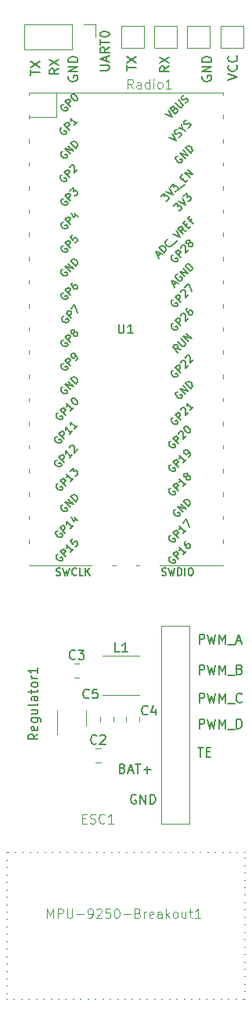
<source format=gbr>
%TF.GenerationSoftware,KiCad,Pcbnew,7.0.8*%
%TF.CreationDate,2024-06-20T15:13:37-04:00*%
%TF.ProjectId,P2,50322e6b-6963-4616-945f-706362585858,rev?*%
%TF.SameCoordinates,Original*%
%TF.FileFunction,Legend,Top*%
%TF.FilePolarity,Positive*%
%FSLAX46Y46*%
G04 Gerber Fmt 4.6, Leading zero omitted, Abs format (unit mm)*
G04 Created by KiCad (PCBNEW 7.0.8) date 2024-06-20 15:13:37*
%MOMM*%
%LPD*%
G01*
G04 APERTURE LIST*
%ADD10C,0.150000*%
%ADD11C,0.100000*%
%ADD12C,0.200000*%
%ADD13C,0.120000*%
G04 APERTURE END LIST*
D10*
X143697438Y-39017411D02*
X143649819Y-39112649D01*
X143649819Y-39112649D02*
X143649819Y-39255506D01*
X143649819Y-39255506D02*
X143697438Y-39398363D01*
X143697438Y-39398363D02*
X143792676Y-39493601D01*
X143792676Y-39493601D02*
X143887914Y-39541220D01*
X143887914Y-39541220D02*
X144078390Y-39588839D01*
X144078390Y-39588839D02*
X144221247Y-39588839D01*
X144221247Y-39588839D02*
X144411723Y-39541220D01*
X144411723Y-39541220D02*
X144506961Y-39493601D01*
X144506961Y-39493601D02*
X144602200Y-39398363D01*
X144602200Y-39398363D02*
X144649819Y-39255506D01*
X144649819Y-39255506D02*
X144649819Y-39160268D01*
X144649819Y-39160268D02*
X144602200Y-39017411D01*
X144602200Y-39017411D02*
X144554580Y-38969792D01*
X144554580Y-38969792D02*
X144221247Y-38969792D01*
X144221247Y-38969792D02*
X144221247Y-39160268D01*
X144649819Y-38541220D02*
X143649819Y-38541220D01*
X143649819Y-38541220D02*
X144649819Y-37969792D01*
X144649819Y-37969792D02*
X143649819Y-37969792D01*
X144649819Y-37493601D02*
X143649819Y-37493601D01*
X143649819Y-37493601D02*
X143649819Y-37255506D01*
X143649819Y-37255506D02*
X143697438Y-37112649D01*
X143697438Y-37112649D02*
X143792676Y-37017411D01*
X143792676Y-37017411D02*
X143887914Y-36969792D01*
X143887914Y-36969792D02*
X144078390Y-36922173D01*
X144078390Y-36922173D02*
X144221247Y-36922173D01*
X144221247Y-36922173D02*
X144411723Y-36969792D01*
X144411723Y-36969792D02*
X144506961Y-37017411D01*
X144506961Y-37017411D02*
X144602200Y-37112649D01*
X144602200Y-37112649D02*
X144649819Y-37255506D01*
X144649819Y-37255506D02*
X144649819Y-37493601D01*
X142617819Y-38207792D02*
X142141628Y-38541125D01*
X142617819Y-38779220D02*
X141617819Y-38779220D01*
X141617819Y-38779220D02*
X141617819Y-38398268D01*
X141617819Y-38398268D02*
X141665438Y-38303030D01*
X141665438Y-38303030D02*
X141713057Y-38255411D01*
X141713057Y-38255411D02*
X141808295Y-38207792D01*
X141808295Y-38207792D02*
X141951152Y-38207792D01*
X141951152Y-38207792D02*
X142046390Y-38255411D01*
X142046390Y-38255411D02*
X142094009Y-38303030D01*
X142094009Y-38303030D02*
X142141628Y-38398268D01*
X142141628Y-38398268D02*
X142141628Y-38779220D01*
X141617819Y-37874458D02*
X142617819Y-37207792D01*
X141617819Y-37207792D02*
X142617819Y-37874458D01*
X139585819Y-38922077D02*
X139585819Y-38350649D01*
X140585819Y-38636363D02*
X139585819Y-38636363D01*
X139585819Y-38112553D02*
X140585819Y-37445887D01*
X139585819Y-37445887D02*
X140585819Y-38112553D01*
X157816779Y-109343819D02*
X157816779Y-108343819D01*
X157816779Y-108343819D02*
X158197731Y-108343819D01*
X158197731Y-108343819D02*
X158292969Y-108391438D01*
X158292969Y-108391438D02*
X158340588Y-108439057D01*
X158340588Y-108439057D02*
X158388207Y-108534295D01*
X158388207Y-108534295D02*
X158388207Y-108677152D01*
X158388207Y-108677152D02*
X158340588Y-108772390D01*
X158340588Y-108772390D02*
X158292969Y-108820009D01*
X158292969Y-108820009D02*
X158197731Y-108867628D01*
X158197731Y-108867628D02*
X157816779Y-108867628D01*
X158721541Y-108343819D02*
X158959636Y-109343819D01*
X158959636Y-109343819D02*
X159150112Y-108629533D01*
X159150112Y-108629533D02*
X159340588Y-109343819D01*
X159340588Y-109343819D02*
X159578684Y-108343819D01*
X159959636Y-109343819D02*
X159959636Y-108343819D01*
X159959636Y-108343819D02*
X160292969Y-109058104D01*
X160292969Y-109058104D02*
X160626302Y-108343819D01*
X160626302Y-108343819D02*
X160626302Y-109343819D01*
X160864398Y-109439057D02*
X161626302Y-109439057D01*
X161864398Y-109343819D02*
X161864398Y-108343819D01*
X161864398Y-108343819D02*
X162102493Y-108343819D01*
X162102493Y-108343819D02*
X162245350Y-108391438D01*
X162245350Y-108391438D02*
X162340588Y-108486676D01*
X162340588Y-108486676D02*
X162388207Y-108581914D01*
X162388207Y-108581914D02*
X162435826Y-108772390D01*
X162435826Y-108772390D02*
X162435826Y-108915247D01*
X162435826Y-108915247D02*
X162388207Y-109105723D01*
X162388207Y-109105723D02*
X162340588Y-109200961D01*
X162340588Y-109200961D02*
X162245350Y-109296200D01*
X162245350Y-109296200D02*
X162102493Y-109343819D01*
X162102493Y-109343819D02*
X161864398Y-109343819D01*
X149514112Y-113646009D02*
X149656969Y-113693628D01*
X149656969Y-113693628D02*
X149704588Y-113741247D01*
X149704588Y-113741247D02*
X149752207Y-113836485D01*
X149752207Y-113836485D02*
X149752207Y-113979342D01*
X149752207Y-113979342D02*
X149704588Y-114074580D01*
X149704588Y-114074580D02*
X149656969Y-114122200D01*
X149656969Y-114122200D02*
X149561731Y-114169819D01*
X149561731Y-114169819D02*
X149180779Y-114169819D01*
X149180779Y-114169819D02*
X149180779Y-113169819D01*
X149180779Y-113169819D02*
X149514112Y-113169819D01*
X149514112Y-113169819D02*
X149609350Y-113217438D01*
X149609350Y-113217438D02*
X149656969Y-113265057D01*
X149656969Y-113265057D02*
X149704588Y-113360295D01*
X149704588Y-113360295D02*
X149704588Y-113455533D01*
X149704588Y-113455533D02*
X149656969Y-113550771D01*
X149656969Y-113550771D02*
X149609350Y-113598390D01*
X149609350Y-113598390D02*
X149514112Y-113646009D01*
X149514112Y-113646009D02*
X149180779Y-113646009D01*
X150133160Y-113884104D02*
X150609350Y-113884104D01*
X150037922Y-114169819D02*
X150371255Y-113169819D01*
X150371255Y-113169819D02*
X150704588Y-114169819D01*
X150895065Y-113169819D02*
X151466493Y-113169819D01*
X151180779Y-114169819D02*
X151180779Y-113169819D01*
X151799827Y-113788866D02*
X152561732Y-113788866D01*
X152180779Y-114169819D02*
X152180779Y-113407914D01*
X157816779Y-100199819D02*
X157816779Y-99199819D01*
X157816779Y-99199819D02*
X158197731Y-99199819D01*
X158197731Y-99199819D02*
X158292969Y-99247438D01*
X158292969Y-99247438D02*
X158340588Y-99295057D01*
X158340588Y-99295057D02*
X158388207Y-99390295D01*
X158388207Y-99390295D02*
X158388207Y-99533152D01*
X158388207Y-99533152D02*
X158340588Y-99628390D01*
X158340588Y-99628390D02*
X158292969Y-99676009D01*
X158292969Y-99676009D02*
X158197731Y-99723628D01*
X158197731Y-99723628D02*
X157816779Y-99723628D01*
X158721541Y-99199819D02*
X158959636Y-100199819D01*
X158959636Y-100199819D02*
X159150112Y-99485533D01*
X159150112Y-99485533D02*
X159340588Y-100199819D01*
X159340588Y-100199819D02*
X159578684Y-99199819D01*
X159959636Y-100199819D02*
X159959636Y-99199819D01*
X159959636Y-99199819D02*
X160292969Y-99914104D01*
X160292969Y-99914104D02*
X160626302Y-99199819D01*
X160626302Y-99199819D02*
X160626302Y-100199819D01*
X160864398Y-100295057D02*
X161626302Y-100295057D01*
X161816779Y-99914104D02*
X162292969Y-99914104D01*
X161721541Y-100199819D02*
X162054874Y-99199819D01*
X162054874Y-99199819D02*
X162388207Y-100199819D01*
X150974588Y-116519438D02*
X150879350Y-116471819D01*
X150879350Y-116471819D02*
X150736493Y-116471819D01*
X150736493Y-116471819D02*
X150593636Y-116519438D01*
X150593636Y-116519438D02*
X150498398Y-116614676D01*
X150498398Y-116614676D02*
X150450779Y-116709914D01*
X150450779Y-116709914D02*
X150403160Y-116900390D01*
X150403160Y-116900390D02*
X150403160Y-117043247D01*
X150403160Y-117043247D02*
X150450779Y-117233723D01*
X150450779Y-117233723D02*
X150498398Y-117328961D01*
X150498398Y-117328961D02*
X150593636Y-117424200D01*
X150593636Y-117424200D02*
X150736493Y-117471819D01*
X150736493Y-117471819D02*
X150831731Y-117471819D01*
X150831731Y-117471819D02*
X150974588Y-117424200D01*
X150974588Y-117424200D02*
X151022207Y-117376580D01*
X151022207Y-117376580D02*
X151022207Y-117043247D01*
X151022207Y-117043247D02*
X150831731Y-117043247D01*
X151450779Y-117471819D02*
X151450779Y-116471819D01*
X151450779Y-116471819D02*
X152022207Y-117471819D01*
X152022207Y-117471819D02*
X152022207Y-116471819D01*
X152498398Y-117471819D02*
X152498398Y-116471819D01*
X152498398Y-116471819D02*
X152736493Y-116471819D01*
X152736493Y-116471819D02*
X152879350Y-116519438D01*
X152879350Y-116519438D02*
X152974588Y-116614676D01*
X152974588Y-116614676D02*
X153022207Y-116709914D01*
X153022207Y-116709914D02*
X153069826Y-116900390D01*
X153069826Y-116900390D02*
X153069826Y-117043247D01*
X153069826Y-117043247D02*
X153022207Y-117233723D01*
X153022207Y-117233723D02*
X152974588Y-117328961D01*
X152974588Y-117328961D02*
X152879350Y-117424200D01*
X152879350Y-117424200D02*
X152736493Y-117471819D01*
X152736493Y-117471819D02*
X152498398Y-117471819D01*
X154555819Y-37953792D02*
X154079628Y-38287125D01*
X154555819Y-38525220D02*
X153555819Y-38525220D01*
X153555819Y-38525220D02*
X153555819Y-38144268D01*
X153555819Y-38144268D02*
X153603438Y-38049030D01*
X153603438Y-38049030D02*
X153651057Y-38001411D01*
X153651057Y-38001411D02*
X153746295Y-37953792D01*
X153746295Y-37953792D02*
X153889152Y-37953792D01*
X153889152Y-37953792D02*
X153984390Y-38001411D01*
X153984390Y-38001411D02*
X154032009Y-38049030D01*
X154032009Y-38049030D02*
X154079628Y-38144268D01*
X154079628Y-38144268D02*
X154079628Y-38525220D01*
X153555819Y-37620458D02*
X154555819Y-36953792D01*
X153555819Y-36953792D02*
X154555819Y-37620458D01*
X157816779Y-103501819D02*
X157816779Y-102501819D01*
X157816779Y-102501819D02*
X158197731Y-102501819D01*
X158197731Y-102501819D02*
X158292969Y-102549438D01*
X158292969Y-102549438D02*
X158340588Y-102597057D01*
X158340588Y-102597057D02*
X158388207Y-102692295D01*
X158388207Y-102692295D02*
X158388207Y-102835152D01*
X158388207Y-102835152D02*
X158340588Y-102930390D01*
X158340588Y-102930390D02*
X158292969Y-102978009D01*
X158292969Y-102978009D02*
X158197731Y-103025628D01*
X158197731Y-103025628D02*
X157816779Y-103025628D01*
X158721541Y-102501819D02*
X158959636Y-103501819D01*
X158959636Y-103501819D02*
X159150112Y-102787533D01*
X159150112Y-102787533D02*
X159340588Y-103501819D01*
X159340588Y-103501819D02*
X159578684Y-102501819D01*
X159959636Y-103501819D02*
X159959636Y-102501819D01*
X159959636Y-102501819D02*
X160292969Y-103216104D01*
X160292969Y-103216104D02*
X160626302Y-102501819D01*
X160626302Y-102501819D02*
X160626302Y-103501819D01*
X160864398Y-103597057D02*
X161626302Y-103597057D01*
X162197731Y-102978009D02*
X162340588Y-103025628D01*
X162340588Y-103025628D02*
X162388207Y-103073247D01*
X162388207Y-103073247D02*
X162435826Y-103168485D01*
X162435826Y-103168485D02*
X162435826Y-103311342D01*
X162435826Y-103311342D02*
X162388207Y-103406580D01*
X162388207Y-103406580D02*
X162340588Y-103454200D01*
X162340588Y-103454200D02*
X162245350Y-103501819D01*
X162245350Y-103501819D02*
X161864398Y-103501819D01*
X161864398Y-103501819D02*
X161864398Y-102501819D01*
X161864398Y-102501819D02*
X162197731Y-102501819D01*
X162197731Y-102501819D02*
X162292969Y-102549438D01*
X162292969Y-102549438D02*
X162340588Y-102597057D01*
X162340588Y-102597057D02*
X162388207Y-102692295D01*
X162388207Y-102692295D02*
X162388207Y-102787533D01*
X162388207Y-102787533D02*
X162340588Y-102882771D01*
X162340588Y-102882771D02*
X162292969Y-102930390D01*
X162292969Y-102930390D02*
X162197731Y-102978009D01*
X162197731Y-102978009D02*
X161864398Y-102978009D01*
X149999819Y-38414077D02*
X149999819Y-37842649D01*
X150999819Y-38128363D02*
X149999819Y-38128363D01*
X149999819Y-37604553D02*
X150999819Y-36937887D01*
X149999819Y-36937887D02*
X150999819Y-37604553D01*
X160921819Y-39430077D02*
X161921819Y-39096744D01*
X161921819Y-39096744D02*
X160921819Y-38763411D01*
X161826580Y-37858649D02*
X161874200Y-37906268D01*
X161874200Y-37906268D02*
X161921819Y-38049125D01*
X161921819Y-38049125D02*
X161921819Y-38144363D01*
X161921819Y-38144363D02*
X161874200Y-38287220D01*
X161874200Y-38287220D02*
X161778961Y-38382458D01*
X161778961Y-38382458D02*
X161683723Y-38430077D01*
X161683723Y-38430077D02*
X161493247Y-38477696D01*
X161493247Y-38477696D02*
X161350390Y-38477696D01*
X161350390Y-38477696D02*
X161159914Y-38430077D01*
X161159914Y-38430077D02*
X161064676Y-38382458D01*
X161064676Y-38382458D02*
X160969438Y-38287220D01*
X160969438Y-38287220D02*
X160921819Y-38144363D01*
X160921819Y-38144363D02*
X160921819Y-38049125D01*
X160921819Y-38049125D02*
X160969438Y-37906268D01*
X160969438Y-37906268D02*
X161017057Y-37858649D01*
X161826580Y-36858649D02*
X161874200Y-36906268D01*
X161874200Y-36906268D02*
X161921819Y-37049125D01*
X161921819Y-37049125D02*
X161921819Y-37144363D01*
X161921819Y-37144363D02*
X161874200Y-37287220D01*
X161874200Y-37287220D02*
X161778961Y-37382458D01*
X161778961Y-37382458D02*
X161683723Y-37430077D01*
X161683723Y-37430077D02*
X161493247Y-37477696D01*
X161493247Y-37477696D02*
X161350390Y-37477696D01*
X161350390Y-37477696D02*
X161159914Y-37430077D01*
X161159914Y-37430077D02*
X161064676Y-37382458D01*
X161064676Y-37382458D02*
X160969438Y-37287220D01*
X160969438Y-37287220D02*
X160921819Y-37144363D01*
X160921819Y-37144363D02*
X160921819Y-37049125D01*
X160921819Y-37049125D02*
X160969438Y-36906268D01*
X160969438Y-36906268D02*
X161017057Y-36858649D01*
X157816779Y-106549819D02*
X157816779Y-105549819D01*
X157816779Y-105549819D02*
X158197731Y-105549819D01*
X158197731Y-105549819D02*
X158292969Y-105597438D01*
X158292969Y-105597438D02*
X158340588Y-105645057D01*
X158340588Y-105645057D02*
X158388207Y-105740295D01*
X158388207Y-105740295D02*
X158388207Y-105883152D01*
X158388207Y-105883152D02*
X158340588Y-105978390D01*
X158340588Y-105978390D02*
X158292969Y-106026009D01*
X158292969Y-106026009D02*
X158197731Y-106073628D01*
X158197731Y-106073628D02*
X157816779Y-106073628D01*
X158721541Y-105549819D02*
X158959636Y-106549819D01*
X158959636Y-106549819D02*
X159150112Y-105835533D01*
X159150112Y-105835533D02*
X159340588Y-106549819D01*
X159340588Y-106549819D02*
X159578684Y-105549819D01*
X159959636Y-106549819D02*
X159959636Y-105549819D01*
X159959636Y-105549819D02*
X160292969Y-106264104D01*
X160292969Y-106264104D02*
X160626302Y-105549819D01*
X160626302Y-105549819D02*
X160626302Y-106549819D01*
X160864398Y-106645057D02*
X161626302Y-106645057D01*
X162435826Y-106454580D02*
X162388207Y-106502200D01*
X162388207Y-106502200D02*
X162245350Y-106549819D01*
X162245350Y-106549819D02*
X162150112Y-106549819D01*
X162150112Y-106549819D02*
X162007255Y-106502200D01*
X162007255Y-106502200D02*
X161912017Y-106406961D01*
X161912017Y-106406961D02*
X161864398Y-106311723D01*
X161864398Y-106311723D02*
X161816779Y-106121247D01*
X161816779Y-106121247D02*
X161816779Y-105978390D01*
X161816779Y-105978390D02*
X161864398Y-105787914D01*
X161864398Y-105787914D02*
X161912017Y-105692676D01*
X161912017Y-105692676D02*
X162007255Y-105597438D01*
X162007255Y-105597438D02*
X162150112Y-105549819D01*
X162150112Y-105549819D02*
X162245350Y-105549819D01*
X162245350Y-105549819D02*
X162388207Y-105597438D01*
X162388207Y-105597438D02*
X162435826Y-105645057D01*
X158175438Y-39017411D02*
X158127819Y-39112649D01*
X158127819Y-39112649D02*
X158127819Y-39255506D01*
X158127819Y-39255506D02*
X158175438Y-39398363D01*
X158175438Y-39398363D02*
X158270676Y-39493601D01*
X158270676Y-39493601D02*
X158365914Y-39541220D01*
X158365914Y-39541220D02*
X158556390Y-39588839D01*
X158556390Y-39588839D02*
X158699247Y-39588839D01*
X158699247Y-39588839D02*
X158889723Y-39541220D01*
X158889723Y-39541220D02*
X158984961Y-39493601D01*
X158984961Y-39493601D02*
X159080200Y-39398363D01*
X159080200Y-39398363D02*
X159127819Y-39255506D01*
X159127819Y-39255506D02*
X159127819Y-39160268D01*
X159127819Y-39160268D02*
X159080200Y-39017411D01*
X159080200Y-39017411D02*
X159032580Y-38969792D01*
X159032580Y-38969792D02*
X158699247Y-38969792D01*
X158699247Y-38969792D02*
X158699247Y-39160268D01*
X159127819Y-38541220D02*
X158127819Y-38541220D01*
X158127819Y-38541220D02*
X159127819Y-37969792D01*
X159127819Y-37969792D02*
X158127819Y-37969792D01*
X159127819Y-37493601D02*
X158127819Y-37493601D01*
X158127819Y-37493601D02*
X158127819Y-37255506D01*
X158127819Y-37255506D02*
X158175438Y-37112649D01*
X158175438Y-37112649D02*
X158270676Y-37017411D01*
X158270676Y-37017411D02*
X158365914Y-36969792D01*
X158365914Y-36969792D02*
X158556390Y-36922173D01*
X158556390Y-36922173D02*
X158699247Y-36922173D01*
X158699247Y-36922173D02*
X158889723Y-36969792D01*
X158889723Y-36969792D02*
X158984961Y-37017411D01*
X158984961Y-37017411D02*
X159080200Y-37112649D01*
X159080200Y-37112649D02*
X159127819Y-37255506D01*
X159127819Y-37255506D02*
X159127819Y-37493601D01*
X157673922Y-111391819D02*
X158245350Y-111391819D01*
X157959636Y-112391819D02*
X157959636Y-111391819D01*
X158578684Y-111868009D02*
X158912017Y-111868009D01*
X159054874Y-112391819D02*
X158578684Y-112391819D01*
X158578684Y-112391819D02*
X158578684Y-111391819D01*
X158578684Y-111391819D02*
X159054874Y-111391819D01*
D11*
X141362095Y-129781419D02*
X141362095Y-128781419D01*
X141362095Y-128781419D02*
X141695428Y-129495704D01*
X141695428Y-129495704D02*
X142028761Y-128781419D01*
X142028761Y-128781419D02*
X142028761Y-129781419D01*
X142504952Y-129781419D02*
X142504952Y-128781419D01*
X142504952Y-128781419D02*
X142885904Y-128781419D01*
X142885904Y-128781419D02*
X142981142Y-128829038D01*
X142981142Y-128829038D02*
X143028761Y-128876657D01*
X143028761Y-128876657D02*
X143076380Y-128971895D01*
X143076380Y-128971895D02*
X143076380Y-129114752D01*
X143076380Y-129114752D02*
X143028761Y-129209990D01*
X143028761Y-129209990D02*
X142981142Y-129257609D01*
X142981142Y-129257609D02*
X142885904Y-129305228D01*
X142885904Y-129305228D02*
X142504952Y-129305228D01*
X143504952Y-128781419D02*
X143504952Y-129590942D01*
X143504952Y-129590942D02*
X143552571Y-129686180D01*
X143552571Y-129686180D02*
X143600190Y-129733800D01*
X143600190Y-129733800D02*
X143695428Y-129781419D01*
X143695428Y-129781419D02*
X143885904Y-129781419D01*
X143885904Y-129781419D02*
X143981142Y-129733800D01*
X143981142Y-129733800D02*
X144028761Y-129686180D01*
X144028761Y-129686180D02*
X144076380Y-129590942D01*
X144076380Y-129590942D02*
X144076380Y-128781419D01*
X144552571Y-129400466D02*
X145314476Y-129400466D01*
X145838285Y-129781419D02*
X146028761Y-129781419D01*
X146028761Y-129781419D02*
X146123999Y-129733800D01*
X146123999Y-129733800D02*
X146171618Y-129686180D01*
X146171618Y-129686180D02*
X146266856Y-129543323D01*
X146266856Y-129543323D02*
X146314475Y-129352847D01*
X146314475Y-129352847D02*
X146314475Y-128971895D01*
X146314475Y-128971895D02*
X146266856Y-128876657D01*
X146266856Y-128876657D02*
X146219237Y-128829038D01*
X146219237Y-128829038D02*
X146123999Y-128781419D01*
X146123999Y-128781419D02*
X145933523Y-128781419D01*
X145933523Y-128781419D02*
X145838285Y-128829038D01*
X145838285Y-128829038D02*
X145790666Y-128876657D01*
X145790666Y-128876657D02*
X145743047Y-128971895D01*
X145743047Y-128971895D02*
X145743047Y-129209990D01*
X145743047Y-129209990D02*
X145790666Y-129305228D01*
X145790666Y-129305228D02*
X145838285Y-129352847D01*
X145838285Y-129352847D02*
X145933523Y-129400466D01*
X145933523Y-129400466D02*
X146123999Y-129400466D01*
X146123999Y-129400466D02*
X146219237Y-129352847D01*
X146219237Y-129352847D02*
X146266856Y-129305228D01*
X146266856Y-129305228D02*
X146314475Y-129209990D01*
X146695428Y-128876657D02*
X146743047Y-128829038D01*
X146743047Y-128829038D02*
X146838285Y-128781419D01*
X146838285Y-128781419D02*
X147076380Y-128781419D01*
X147076380Y-128781419D02*
X147171618Y-128829038D01*
X147171618Y-128829038D02*
X147219237Y-128876657D01*
X147219237Y-128876657D02*
X147266856Y-128971895D01*
X147266856Y-128971895D02*
X147266856Y-129067133D01*
X147266856Y-129067133D02*
X147219237Y-129209990D01*
X147219237Y-129209990D02*
X146647809Y-129781419D01*
X146647809Y-129781419D02*
X147266856Y-129781419D01*
X148171618Y-128781419D02*
X147695428Y-128781419D01*
X147695428Y-128781419D02*
X147647809Y-129257609D01*
X147647809Y-129257609D02*
X147695428Y-129209990D01*
X147695428Y-129209990D02*
X147790666Y-129162371D01*
X147790666Y-129162371D02*
X148028761Y-129162371D01*
X148028761Y-129162371D02*
X148123999Y-129209990D01*
X148123999Y-129209990D02*
X148171618Y-129257609D01*
X148171618Y-129257609D02*
X148219237Y-129352847D01*
X148219237Y-129352847D02*
X148219237Y-129590942D01*
X148219237Y-129590942D02*
X148171618Y-129686180D01*
X148171618Y-129686180D02*
X148123999Y-129733800D01*
X148123999Y-129733800D02*
X148028761Y-129781419D01*
X148028761Y-129781419D02*
X147790666Y-129781419D01*
X147790666Y-129781419D02*
X147695428Y-129733800D01*
X147695428Y-129733800D02*
X147647809Y-129686180D01*
X148838285Y-128781419D02*
X148933523Y-128781419D01*
X148933523Y-128781419D02*
X149028761Y-128829038D01*
X149028761Y-128829038D02*
X149076380Y-128876657D01*
X149076380Y-128876657D02*
X149123999Y-128971895D01*
X149123999Y-128971895D02*
X149171618Y-129162371D01*
X149171618Y-129162371D02*
X149171618Y-129400466D01*
X149171618Y-129400466D02*
X149123999Y-129590942D01*
X149123999Y-129590942D02*
X149076380Y-129686180D01*
X149076380Y-129686180D02*
X149028761Y-129733800D01*
X149028761Y-129733800D02*
X148933523Y-129781419D01*
X148933523Y-129781419D02*
X148838285Y-129781419D01*
X148838285Y-129781419D02*
X148743047Y-129733800D01*
X148743047Y-129733800D02*
X148695428Y-129686180D01*
X148695428Y-129686180D02*
X148647809Y-129590942D01*
X148647809Y-129590942D02*
X148600190Y-129400466D01*
X148600190Y-129400466D02*
X148600190Y-129162371D01*
X148600190Y-129162371D02*
X148647809Y-128971895D01*
X148647809Y-128971895D02*
X148695428Y-128876657D01*
X148695428Y-128876657D02*
X148743047Y-128829038D01*
X148743047Y-128829038D02*
X148838285Y-128781419D01*
X149600190Y-129400466D02*
X150362095Y-129400466D01*
X151171618Y-129257609D02*
X151314475Y-129305228D01*
X151314475Y-129305228D02*
X151362094Y-129352847D01*
X151362094Y-129352847D02*
X151409713Y-129448085D01*
X151409713Y-129448085D02*
X151409713Y-129590942D01*
X151409713Y-129590942D02*
X151362094Y-129686180D01*
X151362094Y-129686180D02*
X151314475Y-129733800D01*
X151314475Y-129733800D02*
X151219237Y-129781419D01*
X151219237Y-129781419D02*
X150838285Y-129781419D01*
X150838285Y-129781419D02*
X150838285Y-128781419D01*
X150838285Y-128781419D02*
X151171618Y-128781419D01*
X151171618Y-128781419D02*
X151266856Y-128829038D01*
X151266856Y-128829038D02*
X151314475Y-128876657D01*
X151314475Y-128876657D02*
X151362094Y-128971895D01*
X151362094Y-128971895D02*
X151362094Y-129067133D01*
X151362094Y-129067133D02*
X151314475Y-129162371D01*
X151314475Y-129162371D02*
X151266856Y-129209990D01*
X151266856Y-129209990D02*
X151171618Y-129257609D01*
X151171618Y-129257609D02*
X150838285Y-129257609D01*
X151838285Y-129781419D02*
X151838285Y-129114752D01*
X151838285Y-129305228D02*
X151885904Y-129209990D01*
X151885904Y-129209990D02*
X151933523Y-129162371D01*
X151933523Y-129162371D02*
X152028761Y-129114752D01*
X152028761Y-129114752D02*
X152123999Y-129114752D01*
X152838285Y-129733800D02*
X152743047Y-129781419D01*
X152743047Y-129781419D02*
X152552571Y-129781419D01*
X152552571Y-129781419D02*
X152457333Y-129733800D01*
X152457333Y-129733800D02*
X152409714Y-129638561D01*
X152409714Y-129638561D02*
X152409714Y-129257609D01*
X152409714Y-129257609D02*
X152457333Y-129162371D01*
X152457333Y-129162371D02*
X152552571Y-129114752D01*
X152552571Y-129114752D02*
X152743047Y-129114752D01*
X152743047Y-129114752D02*
X152838285Y-129162371D01*
X152838285Y-129162371D02*
X152885904Y-129257609D01*
X152885904Y-129257609D02*
X152885904Y-129352847D01*
X152885904Y-129352847D02*
X152409714Y-129448085D01*
X153743047Y-129781419D02*
X153743047Y-129257609D01*
X153743047Y-129257609D02*
X153695428Y-129162371D01*
X153695428Y-129162371D02*
X153600190Y-129114752D01*
X153600190Y-129114752D02*
X153409714Y-129114752D01*
X153409714Y-129114752D02*
X153314476Y-129162371D01*
X153743047Y-129733800D02*
X153647809Y-129781419D01*
X153647809Y-129781419D02*
X153409714Y-129781419D01*
X153409714Y-129781419D02*
X153314476Y-129733800D01*
X153314476Y-129733800D02*
X153266857Y-129638561D01*
X153266857Y-129638561D02*
X153266857Y-129543323D01*
X153266857Y-129543323D02*
X153314476Y-129448085D01*
X153314476Y-129448085D02*
X153409714Y-129400466D01*
X153409714Y-129400466D02*
X153647809Y-129400466D01*
X153647809Y-129400466D02*
X153743047Y-129352847D01*
X154219238Y-129781419D02*
X154219238Y-128781419D01*
X154314476Y-129400466D02*
X154600190Y-129781419D01*
X154600190Y-129114752D02*
X154219238Y-129495704D01*
X155171619Y-129781419D02*
X155076381Y-129733800D01*
X155076381Y-129733800D02*
X155028762Y-129686180D01*
X155028762Y-129686180D02*
X154981143Y-129590942D01*
X154981143Y-129590942D02*
X154981143Y-129305228D01*
X154981143Y-129305228D02*
X155028762Y-129209990D01*
X155028762Y-129209990D02*
X155076381Y-129162371D01*
X155076381Y-129162371D02*
X155171619Y-129114752D01*
X155171619Y-129114752D02*
X155314476Y-129114752D01*
X155314476Y-129114752D02*
X155409714Y-129162371D01*
X155409714Y-129162371D02*
X155457333Y-129209990D01*
X155457333Y-129209990D02*
X155504952Y-129305228D01*
X155504952Y-129305228D02*
X155504952Y-129590942D01*
X155504952Y-129590942D02*
X155457333Y-129686180D01*
X155457333Y-129686180D02*
X155409714Y-129733800D01*
X155409714Y-129733800D02*
X155314476Y-129781419D01*
X155314476Y-129781419D02*
X155171619Y-129781419D01*
X156362095Y-129114752D02*
X156362095Y-129781419D01*
X155933524Y-129114752D02*
X155933524Y-129638561D01*
X155933524Y-129638561D02*
X155981143Y-129733800D01*
X155981143Y-129733800D02*
X156076381Y-129781419D01*
X156076381Y-129781419D02*
X156219238Y-129781419D01*
X156219238Y-129781419D02*
X156314476Y-129733800D01*
X156314476Y-129733800D02*
X156362095Y-129686180D01*
X156695429Y-129114752D02*
X157076381Y-129114752D01*
X156838286Y-128781419D02*
X156838286Y-129638561D01*
X156838286Y-129638561D02*
X156885905Y-129733800D01*
X156885905Y-129733800D02*
X156981143Y-129781419D01*
X156981143Y-129781419D02*
X157076381Y-129781419D01*
X157933524Y-129781419D02*
X157362096Y-129781419D01*
X157647810Y-129781419D02*
X157647810Y-128781419D01*
X157647810Y-128781419D02*
X157552572Y-128924276D01*
X157552572Y-128924276D02*
X157457334Y-129019514D01*
X157457334Y-129019514D02*
X157362096Y-129067133D01*
D10*
X149209333Y-101086819D02*
X148733143Y-101086819D01*
X148733143Y-101086819D02*
X148733143Y-100086819D01*
X150066476Y-101086819D02*
X149495048Y-101086819D01*
X149780762Y-101086819D02*
X149780762Y-100086819D01*
X149780762Y-100086819D02*
X149685524Y-100229676D01*
X149685524Y-100229676D02*
X149590286Y-100324914D01*
X149590286Y-100324914D02*
X149495048Y-100372533D01*
X149098095Y-65748819D02*
X149098095Y-66558342D01*
X149098095Y-66558342D02*
X149145714Y-66653580D01*
X149145714Y-66653580D02*
X149193333Y-66701200D01*
X149193333Y-66701200D02*
X149288571Y-66748819D01*
X149288571Y-66748819D02*
X149479047Y-66748819D01*
X149479047Y-66748819D02*
X149574285Y-66701200D01*
X149574285Y-66701200D02*
X149621904Y-66653580D01*
X149621904Y-66653580D02*
X149669523Y-66558342D01*
X149669523Y-66558342D02*
X149669523Y-65748819D01*
X150669523Y-66748819D02*
X150098095Y-66748819D01*
X150383809Y-66748819D02*
X150383809Y-65748819D01*
X150383809Y-65748819D02*
X150288571Y-65891676D01*
X150288571Y-65891676D02*
X150193333Y-65986914D01*
X150193333Y-65986914D02*
X150098095Y-66034533D01*
X142407998Y-80400868D02*
X142327185Y-80427805D01*
X142327185Y-80427805D02*
X142246373Y-80508618D01*
X142246373Y-80508618D02*
X142192498Y-80616367D01*
X142192498Y-80616367D02*
X142192498Y-80724117D01*
X142192498Y-80724117D02*
X142219436Y-80804929D01*
X142219436Y-80804929D02*
X142300248Y-80939616D01*
X142300248Y-80939616D02*
X142381060Y-81020428D01*
X142381060Y-81020428D02*
X142515747Y-81101241D01*
X142515747Y-81101241D02*
X142596560Y-81128178D01*
X142596560Y-81128178D02*
X142704309Y-81128178D01*
X142704309Y-81128178D02*
X142812059Y-81074303D01*
X142812059Y-81074303D02*
X142865934Y-81020428D01*
X142865934Y-81020428D02*
X142919808Y-80912679D01*
X142919808Y-80912679D02*
X142919808Y-80858804D01*
X142919808Y-80858804D02*
X142731247Y-80670242D01*
X142731247Y-80670242D02*
X142623497Y-80777992D01*
X143216120Y-80670242D02*
X142650434Y-80104557D01*
X142650434Y-80104557D02*
X142865934Y-79889057D01*
X142865934Y-79889057D02*
X142946746Y-79862120D01*
X142946746Y-79862120D02*
X143000621Y-79862120D01*
X143000621Y-79862120D02*
X143081433Y-79889057D01*
X143081433Y-79889057D02*
X143162245Y-79969870D01*
X143162245Y-79969870D02*
X143189182Y-80050682D01*
X143189182Y-80050682D02*
X143189182Y-80104557D01*
X143189182Y-80104557D02*
X143162245Y-80185369D01*
X143162245Y-80185369D02*
X142946746Y-80400868D01*
X144078117Y-79808245D02*
X143754868Y-80131494D01*
X143916492Y-79969870D02*
X143350807Y-79404184D01*
X143350807Y-79404184D02*
X143377744Y-79538871D01*
X143377744Y-79538871D02*
X143377744Y-79646621D01*
X143377744Y-79646621D02*
X143350807Y-79727433D01*
X143781805Y-79080935D02*
X143781805Y-79027060D01*
X143781805Y-79027060D02*
X143808743Y-78946248D01*
X143808743Y-78946248D02*
X143943430Y-78811561D01*
X143943430Y-78811561D02*
X144024242Y-78784624D01*
X144024242Y-78784624D02*
X144078117Y-78784624D01*
X144078117Y-78784624D02*
X144158929Y-78811561D01*
X144158929Y-78811561D02*
X144212804Y-78865436D01*
X144212804Y-78865436D02*
X144266679Y-78973186D01*
X144266679Y-78973186D02*
X144266679Y-79619683D01*
X144266679Y-79619683D02*
X144616865Y-79269497D01*
X155084123Y-53020868D02*
X155434309Y-52670682D01*
X155434309Y-52670682D02*
X155461247Y-53074743D01*
X155461247Y-53074743D02*
X155542059Y-52993931D01*
X155542059Y-52993931D02*
X155622871Y-52966993D01*
X155622871Y-52966993D02*
X155676746Y-52966993D01*
X155676746Y-52966993D02*
X155757558Y-52993931D01*
X155757558Y-52993931D02*
X155892245Y-53128618D01*
X155892245Y-53128618D02*
X155919182Y-53209430D01*
X155919182Y-53209430D02*
X155919182Y-53263305D01*
X155919182Y-53263305D02*
X155892245Y-53344117D01*
X155892245Y-53344117D02*
X155730621Y-53505741D01*
X155730621Y-53505741D02*
X155649808Y-53532679D01*
X155649808Y-53532679D02*
X155595934Y-53532679D01*
X155595934Y-52509057D02*
X156350181Y-52886181D01*
X156350181Y-52886181D02*
X155973057Y-52131934D01*
X156107744Y-51997247D02*
X156457930Y-51647061D01*
X156457930Y-51647061D02*
X156484868Y-52051122D01*
X156484868Y-52051122D02*
X156565680Y-51970309D01*
X156565680Y-51970309D02*
X156646492Y-51943372D01*
X156646492Y-51943372D02*
X156700367Y-51943372D01*
X156700367Y-51943372D02*
X156781179Y-51970309D01*
X156781179Y-51970309D02*
X156915866Y-52104996D01*
X156915866Y-52104996D02*
X156942804Y-52185809D01*
X156942804Y-52185809D02*
X156942804Y-52239683D01*
X156942804Y-52239683D02*
X156915866Y-52320496D01*
X156915866Y-52320496D02*
X156754242Y-52482120D01*
X156754242Y-52482120D02*
X156673430Y-52509057D01*
X156673430Y-52509057D02*
X156619555Y-52509057D01*
X142977372Y-44561494D02*
X142896560Y-44588431D01*
X142896560Y-44588431D02*
X142815748Y-44669243D01*
X142815748Y-44669243D02*
X142761873Y-44776993D01*
X142761873Y-44776993D02*
X142761873Y-44884742D01*
X142761873Y-44884742D02*
X142788810Y-44965555D01*
X142788810Y-44965555D02*
X142869623Y-45100242D01*
X142869623Y-45100242D02*
X142950435Y-45181054D01*
X142950435Y-45181054D02*
X143085122Y-45261866D01*
X143085122Y-45261866D02*
X143165934Y-45288803D01*
X143165934Y-45288803D02*
X143273684Y-45288803D01*
X143273684Y-45288803D02*
X143381433Y-45234929D01*
X143381433Y-45234929D02*
X143435308Y-45181054D01*
X143435308Y-45181054D02*
X143489183Y-45073304D01*
X143489183Y-45073304D02*
X143489183Y-45019429D01*
X143489183Y-45019429D02*
X143300621Y-44830868D01*
X143300621Y-44830868D02*
X143192871Y-44938617D01*
X143785494Y-44830868D02*
X143219809Y-44265182D01*
X143219809Y-44265182D02*
X143435308Y-44049683D01*
X143435308Y-44049683D02*
X143516120Y-44022746D01*
X143516120Y-44022746D02*
X143569995Y-44022746D01*
X143569995Y-44022746D02*
X143650807Y-44049683D01*
X143650807Y-44049683D02*
X143731619Y-44130495D01*
X143731619Y-44130495D02*
X143758557Y-44211307D01*
X143758557Y-44211307D02*
X143758557Y-44265182D01*
X143758557Y-44265182D02*
X143731619Y-44345994D01*
X143731619Y-44345994D02*
X143516120Y-44561494D01*
X144647491Y-43968871D02*
X144324242Y-44292120D01*
X144485867Y-44130495D02*
X143920181Y-43564810D01*
X143920181Y-43564810D02*
X143947119Y-43699497D01*
X143947119Y-43699497D02*
X143947119Y-43807246D01*
X143947119Y-43807246D02*
X143920181Y-43888059D01*
X155037873Y-61543240D02*
X155307247Y-61273866D01*
X155145623Y-61758739D02*
X154768499Y-61004492D01*
X154768499Y-61004492D02*
X155522746Y-61381615D01*
X155468871Y-60357994D02*
X155388059Y-60384932D01*
X155388059Y-60384932D02*
X155307247Y-60465744D01*
X155307247Y-60465744D02*
X155253372Y-60573494D01*
X155253372Y-60573494D02*
X155253372Y-60681243D01*
X155253372Y-60681243D02*
X155280310Y-60762055D01*
X155280310Y-60762055D02*
X155361122Y-60896742D01*
X155361122Y-60896742D02*
X155441934Y-60977555D01*
X155441934Y-60977555D02*
X155576621Y-61058367D01*
X155576621Y-61058367D02*
X155657433Y-61085304D01*
X155657433Y-61085304D02*
X155765183Y-61085304D01*
X155765183Y-61085304D02*
X155872932Y-61031429D01*
X155872932Y-61031429D02*
X155926807Y-60977555D01*
X155926807Y-60977555D02*
X155980682Y-60869805D01*
X155980682Y-60869805D02*
X155980682Y-60815930D01*
X155980682Y-60815930D02*
X155792120Y-60627368D01*
X155792120Y-60627368D02*
X155684371Y-60735118D01*
X156276993Y-60627368D02*
X155711308Y-60061683D01*
X155711308Y-60061683D02*
X156600242Y-60304120D01*
X156600242Y-60304120D02*
X156034557Y-59738434D01*
X156869616Y-60034746D02*
X156303931Y-59469060D01*
X156303931Y-59469060D02*
X156438618Y-59334373D01*
X156438618Y-59334373D02*
X156546367Y-59280498D01*
X156546367Y-59280498D02*
X156654117Y-59280498D01*
X156654117Y-59280498D02*
X156734929Y-59307436D01*
X156734929Y-59307436D02*
X156869616Y-59388248D01*
X156869616Y-59388248D02*
X156950428Y-59469060D01*
X156950428Y-59469060D02*
X157031241Y-59603747D01*
X157031241Y-59603747D02*
X157058178Y-59684560D01*
X157058178Y-59684560D02*
X157058178Y-59792309D01*
X157058178Y-59792309D02*
X157004303Y-59900059D01*
X157004303Y-59900059D02*
X156869616Y-60034746D01*
X143077372Y-54731494D02*
X142996560Y-54758431D01*
X142996560Y-54758431D02*
X142915748Y-54839243D01*
X142915748Y-54839243D02*
X142861873Y-54946993D01*
X142861873Y-54946993D02*
X142861873Y-55054742D01*
X142861873Y-55054742D02*
X142888810Y-55135555D01*
X142888810Y-55135555D02*
X142969623Y-55270242D01*
X142969623Y-55270242D02*
X143050435Y-55351054D01*
X143050435Y-55351054D02*
X143185122Y-55431866D01*
X143185122Y-55431866D02*
X143265934Y-55458803D01*
X143265934Y-55458803D02*
X143373684Y-55458803D01*
X143373684Y-55458803D02*
X143481433Y-55404929D01*
X143481433Y-55404929D02*
X143535308Y-55351054D01*
X143535308Y-55351054D02*
X143589183Y-55243304D01*
X143589183Y-55243304D02*
X143589183Y-55189429D01*
X143589183Y-55189429D02*
X143400621Y-55000868D01*
X143400621Y-55000868D02*
X143292871Y-55108617D01*
X143885494Y-55000868D02*
X143319809Y-54435182D01*
X143319809Y-54435182D02*
X143535308Y-54219683D01*
X143535308Y-54219683D02*
X143616120Y-54192746D01*
X143616120Y-54192746D02*
X143669995Y-54192746D01*
X143669995Y-54192746D02*
X143750807Y-54219683D01*
X143750807Y-54219683D02*
X143831619Y-54300495D01*
X143831619Y-54300495D02*
X143858557Y-54381307D01*
X143858557Y-54381307D02*
X143858557Y-54435182D01*
X143858557Y-54435182D02*
X143831619Y-54515994D01*
X143831619Y-54515994D02*
X143616120Y-54731494D01*
X144316493Y-53815622D02*
X144693616Y-54192746D01*
X143966306Y-53734810D02*
X144235680Y-54273558D01*
X144235680Y-54273558D02*
X144585867Y-53923372D01*
X143077372Y-69971494D02*
X142996560Y-69998431D01*
X142996560Y-69998431D02*
X142915748Y-70079243D01*
X142915748Y-70079243D02*
X142861873Y-70186993D01*
X142861873Y-70186993D02*
X142861873Y-70294742D01*
X142861873Y-70294742D02*
X142888810Y-70375555D01*
X142888810Y-70375555D02*
X142969623Y-70510242D01*
X142969623Y-70510242D02*
X143050435Y-70591054D01*
X143050435Y-70591054D02*
X143185122Y-70671866D01*
X143185122Y-70671866D02*
X143265934Y-70698803D01*
X143265934Y-70698803D02*
X143373684Y-70698803D01*
X143373684Y-70698803D02*
X143481433Y-70644929D01*
X143481433Y-70644929D02*
X143535308Y-70591054D01*
X143535308Y-70591054D02*
X143589183Y-70483304D01*
X143589183Y-70483304D02*
X143589183Y-70429429D01*
X143589183Y-70429429D02*
X143400621Y-70240868D01*
X143400621Y-70240868D02*
X143292871Y-70348617D01*
X143885494Y-70240868D02*
X143319809Y-69675182D01*
X143319809Y-69675182D02*
X143535308Y-69459683D01*
X143535308Y-69459683D02*
X143616120Y-69432746D01*
X143616120Y-69432746D02*
X143669995Y-69432746D01*
X143669995Y-69432746D02*
X143750807Y-69459683D01*
X143750807Y-69459683D02*
X143831619Y-69540495D01*
X143831619Y-69540495D02*
X143858557Y-69621307D01*
X143858557Y-69621307D02*
X143858557Y-69675182D01*
X143858557Y-69675182D02*
X143831619Y-69755994D01*
X143831619Y-69755994D02*
X143616120Y-69971494D01*
X144478117Y-69648245D02*
X144585867Y-69540495D01*
X144585867Y-69540495D02*
X144612804Y-69459683D01*
X144612804Y-69459683D02*
X144612804Y-69405808D01*
X144612804Y-69405808D02*
X144585867Y-69271121D01*
X144585867Y-69271121D02*
X144505054Y-69136434D01*
X144505054Y-69136434D02*
X144289555Y-68920935D01*
X144289555Y-68920935D02*
X144208743Y-68893998D01*
X144208743Y-68893998D02*
X144154868Y-68893998D01*
X144154868Y-68893998D02*
X144074056Y-68920935D01*
X144074056Y-68920935D02*
X143966306Y-69028685D01*
X143966306Y-69028685D02*
X143939369Y-69109497D01*
X143939369Y-69109497D02*
X143939369Y-69163372D01*
X143939369Y-69163372D02*
X143966306Y-69244184D01*
X143966306Y-69244184D02*
X144100993Y-69378871D01*
X144100993Y-69378871D02*
X144181806Y-69405808D01*
X144181806Y-69405808D02*
X144235680Y-69405808D01*
X144235680Y-69405808D02*
X144316493Y-69378871D01*
X144316493Y-69378871D02*
X144424242Y-69271121D01*
X144424242Y-69271121D02*
X144451180Y-69190309D01*
X144451180Y-69190309D02*
X144451180Y-69136434D01*
X144451180Y-69136434D02*
X144424242Y-69055622D01*
X143077372Y-42031494D02*
X142996560Y-42058431D01*
X142996560Y-42058431D02*
X142915748Y-42139243D01*
X142915748Y-42139243D02*
X142861873Y-42246993D01*
X142861873Y-42246993D02*
X142861873Y-42354742D01*
X142861873Y-42354742D02*
X142888810Y-42435555D01*
X142888810Y-42435555D02*
X142969623Y-42570242D01*
X142969623Y-42570242D02*
X143050435Y-42651054D01*
X143050435Y-42651054D02*
X143185122Y-42731866D01*
X143185122Y-42731866D02*
X143265934Y-42758803D01*
X143265934Y-42758803D02*
X143373684Y-42758803D01*
X143373684Y-42758803D02*
X143481433Y-42704929D01*
X143481433Y-42704929D02*
X143535308Y-42651054D01*
X143535308Y-42651054D02*
X143589183Y-42543304D01*
X143589183Y-42543304D02*
X143589183Y-42489429D01*
X143589183Y-42489429D02*
X143400621Y-42300868D01*
X143400621Y-42300868D02*
X143292871Y-42408617D01*
X143885494Y-42300868D02*
X143319809Y-41735182D01*
X143319809Y-41735182D02*
X143535308Y-41519683D01*
X143535308Y-41519683D02*
X143616120Y-41492746D01*
X143616120Y-41492746D02*
X143669995Y-41492746D01*
X143669995Y-41492746D02*
X143750807Y-41519683D01*
X143750807Y-41519683D02*
X143831619Y-41600495D01*
X143831619Y-41600495D02*
X143858557Y-41681307D01*
X143858557Y-41681307D02*
X143858557Y-41735182D01*
X143858557Y-41735182D02*
X143831619Y-41815994D01*
X143831619Y-41815994D02*
X143616120Y-42031494D01*
X143993244Y-41061747D02*
X144047119Y-41007872D01*
X144047119Y-41007872D02*
X144127931Y-40980935D01*
X144127931Y-40980935D02*
X144181806Y-40980935D01*
X144181806Y-40980935D02*
X144262618Y-41007872D01*
X144262618Y-41007872D02*
X144397305Y-41088685D01*
X144397305Y-41088685D02*
X144531992Y-41223372D01*
X144531992Y-41223372D02*
X144612804Y-41358059D01*
X144612804Y-41358059D02*
X144639741Y-41438871D01*
X144639741Y-41438871D02*
X144639741Y-41492746D01*
X144639741Y-41492746D02*
X144612804Y-41573558D01*
X144612804Y-41573558D02*
X144558929Y-41627433D01*
X144558929Y-41627433D02*
X144478117Y-41654370D01*
X144478117Y-41654370D02*
X144424242Y-41654370D01*
X144424242Y-41654370D02*
X144343430Y-41627433D01*
X144343430Y-41627433D02*
X144208743Y-41546620D01*
X144208743Y-41546620D02*
X144074056Y-41411933D01*
X144074056Y-41411933D02*
X143993244Y-41277246D01*
X143993244Y-41277246D02*
X143966306Y-41196434D01*
X143966306Y-41196434D02*
X143966306Y-41142559D01*
X143966306Y-41142559D02*
X143993244Y-41061747D01*
X143077372Y-52191494D02*
X142996560Y-52218431D01*
X142996560Y-52218431D02*
X142915748Y-52299243D01*
X142915748Y-52299243D02*
X142861873Y-52406993D01*
X142861873Y-52406993D02*
X142861873Y-52514742D01*
X142861873Y-52514742D02*
X142888810Y-52595555D01*
X142888810Y-52595555D02*
X142969623Y-52730242D01*
X142969623Y-52730242D02*
X143050435Y-52811054D01*
X143050435Y-52811054D02*
X143185122Y-52891866D01*
X143185122Y-52891866D02*
X143265934Y-52918803D01*
X143265934Y-52918803D02*
X143373684Y-52918803D01*
X143373684Y-52918803D02*
X143481433Y-52864929D01*
X143481433Y-52864929D02*
X143535308Y-52811054D01*
X143535308Y-52811054D02*
X143589183Y-52703304D01*
X143589183Y-52703304D02*
X143589183Y-52649429D01*
X143589183Y-52649429D02*
X143400621Y-52460868D01*
X143400621Y-52460868D02*
X143292871Y-52568617D01*
X143885494Y-52460868D02*
X143319809Y-51895182D01*
X143319809Y-51895182D02*
X143535308Y-51679683D01*
X143535308Y-51679683D02*
X143616120Y-51652746D01*
X143616120Y-51652746D02*
X143669995Y-51652746D01*
X143669995Y-51652746D02*
X143750807Y-51679683D01*
X143750807Y-51679683D02*
X143831619Y-51760495D01*
X143831619Y-51760495D02*
X143858557Y-51841307D01*
X143858557Y-51841307D02*
X143858557Y-51895182D01*
X143858557Y-51895182D02*
X143831619Y-51975994D01*
X143831619Y-51975994D02*
X143616120Y-52191494D01*
X143831619Y-51383372D02*
X144181806Y-51033185D01*
X144181806Y-51033185D02*
X144208743Y-51437246D01*
X144208743Y-51437246D02*
X144289555Y-51356434D01*
X144289555Y-51356434D02*
X144370367Y-51329497D01*
X144370367Y-51329497D02*
X144424242Y-51329497D01*
X144424242Y-51329497D02*
X144505054Y-51356434D01*
X144505054Y-51356434D02*
X144639741Y-51491121D01*
X144639741Y-51491121D02*
X144666679Y-51571933D01*
X144666679Y-51571933D02*
X144666679Y-51625808D01*
X144666679Y-51625808D02*
X144639741Y-51706620D01*
X144639741Y-51706620D02*
X144478117Y-51868245D01*
X144478117Y-51868245D02*
X144397305Y-51895182D01*
X144397305Y-51895182D02*
X144343430Y-51895182D01*
X154983998Y-65650868D02*
X154903185Y-65677805D01*
X154903185Y-65677805D02*
X154822373Y-65758618D01*
X154822373Y-65758618D02*
X154768498Y-65866367D01*
X154768498Y-65866367D02*
X154768498Y-65974117D01*
X154768498Y-65974117D02*
X154795436Y-66054929D01*
X154795436Y-66054929D02*
X154876248Y-66189616D01*
X154876248Y-66189616D02*
X154957060Y-66270428D01*
X154957060Y-66270428D02*
X155091747Y-66351241D01*
X155091747Y-66351241D02*
X155172560Y-66378178D01*
X155172560Y-66378178D02*
X155280309Y-66378178D01*
X155280309Y-66378178D02*
X155388059Y-66324303D01*
X155388059Y-66324303D02*
X155441934Y-66270428D01*
X155441934Y-66270428D02*
X155495808Y-66162679D01*
X155495808Y-66162679D02*
X155495808Y-66108804D01*
X155495808Y-66108804D02*
X155307247Y-65920242D01*
X155307247Y-65920242D02*
X155199497Y-66027992D01*
X155792120Y-65920242D02*
X155226434Y-65354557D01*
X155226434Y-65354557D02*
X155441934Y-65139057D01*
X155441934Y-65139057D02*
X155522746Y-65112120D01*
X155522746Y-65112120D02*
X155576621Y-65112120D01*
X155576621Y-65112120D02*
X155657433Y-65139057D01*
X155657433Y-65139057D02*
X155738245Y-65219870D01*
X155738245Y-65219870D02*
X155765182Y-65300682D01*
X155765182Y-65300682D02*
X155765182Y-65354557D01*
X155765182Y-65354557D02*
X155738245Y-65435369D01*
X155738245Y-65435369D02*
X155522746Y-65650868D01*
X155819057Y-64869683D02*
X155819057Y-64815809D01*
X155819057Y-64815809D02*
X155845995Y-64734996D01*
X155845995Y-64734996D02*
X155980682Y-64600309D01*
X155980682Y-64600309D02*
X156061494Y-64573372D01*
X156061494Y-64573372D02*
X156115369Y-64573372D01*
X156115369Y-64573372D02*
X156196181Y-64600309D01*
X156196181Y-64600309D02*
X156250056Y-64654184D01*
X156250056Y-64654184D02*
X156303930Y-64761934D01*
X156303930Y-64761934D02*
X156303930Y-65408431D01*
X156303930Y-65408431D02*
X156654117Y-65058245D01*
X156573305Y-64007686D02*
X156465555Y-64115436D01*
X156465555Y-64115436D02*
X156438618Y-64196248D01*
X156438618Y-64196248D02*
X156438618Y-64250123D01*
X156438618Y-64250123D02*
X156465555Y-64384810D01*
X156465555Y-64384810D02*
X156546367Y-64519497D01*
X156546367Y-64519497D02*
X156761866Y-64734996D01*
X156761866Y-64734996D02*
X156842679Y-64761934D01*
X156842679Y-64761934D02*
X156896553Y-64761934D01*
X156896553Y-64761934D02*
X156977366Y-64734996D01*
X156977366Y-64734996D02*
X157085115Y-64627247D01*
X157085115Y-64627247D02*
X157112053Y-64546434D01*
X157112053Y-64546434D02*
X157112053Y-64492560D01*
X157112053Y-64492560D02*
X157085115Y-64411747D01*
X157085115Y-64411747D02*
X156950428Y-64277060D01*
X156950428Y-64277060D02*
X156869616Y-64250123D01*
X156869616Y-64250123D02*
X156815741Y-64250123D01*
X156815741Y-64250123D02*
X156734929Y-64277060D01*
X156734929Y-64277060D02*
X156627179Y-64384810D01*
X156627179Y-64384810D02*
X156600242Y-64465622D01*
X156600242Y-64465622D02*
X156600242Y-64519497D01*
X156600242Y-64519497D02*
X156627179Y-64600309D01*
X143050435Y-47138431D02*
X142969623Y-47165368D01*
X142969623Y-47165368D02*
X142888811Y-47246180D01*
X142888811Y-47246180D02*
X142834936Y-47353930D01*
X142834936Y-47353930D02*
X142834936Y-47461680D01*
X142834936Y-47461680D02*
X142861873Y-47542492D01*
X142861873Y-47542492D02*
X142942685Y-47677179D01*
X142942685Y-47677179D02*
X143023498Y-47757991D01*
X143023498Y-47757991D02*
X143158185Y-47838803D01*
X143158185Y-47838803D02*
X143238997Y-47865741D01*
X143238997Y-47865741D02*
X143346746Y-47865741D01*
X143346746Y-47865741D02*
X143454496Y-47811866D01*
X143454496Y-47811866D02*
X143508371Y-47757991D01*
X143508371Y-47757991D02*
X143562246Y-47650241D01*
X143562246Y-47650241D02*
X143562246Y-47596367D01*
X143562246Y-47596367D02*
X143373684Y-47407805D01*
X143373684Y-47407805D02*
X143265934Y-47515554D01*
X143858557Y-47407805D02*
X143292872Y-46842119D01*
X143292872Y-46842119D02*
X144181806Y-47084556D01*
X144181806Y-47084556D02*
X143616120Y-46518871D01*
X144451180Y-46815182D02*
X143885494Y-46249497D01*
X143885494Y-46249497D02*
X144020181Y-46114810D01*
X144020181Y-46114810D02*
X144127931Y-46060935D01*
X144127931Y-46060935D02*
X144235680Y-46060935D01*
X144235680Y-46060935D02*
X144316493Y-46087872D01*
X144316493Y-46087872D02*
X144451180Y-46168685D01*
X144451180Y-46168685D02*
X144531992Y-46249497D01*
X144531992Y-46249497D02*
X144612804Y-46384184D01*
X144612804Y-46384184D02*
X144639741Y-46464996D01*
X144639741Y-46464996D02*
X144639741Y-46572746D01*
X144639741Y-46572746D02*
X144585867Y-46680495D01*
X144585867Y-46680495D02*
X144451180Y-46815182D01*
X155480435Y-47628431D02*
X155399623Y-47655368D01*
X155399623Y-47655368D02*
X155318811Y-47736180D01*
X155318811Y-47736180D02*
X155264936Y-47843930D01*
X155264936Y-47843930D02*
X155264936Y-47951680D01*
X155264936Y-47951680D02*
X155291873Y-48032492D01*
X155291873Y-48032492D02*
X155372685Y-48167179D01*
X155372685Y-48167179D02*
X155453498Y-48247991D01*
X155453498Y-48247991D02*
X155588185Y-48328803D01*
X155588185Y-48328803D02*
X155668997Y-48355741D01*
X155668997Y-48355741D02*
X155776746Y-48355741D01*
X155776746Y-48355741D02*
X155884496Y-48301866D01*
X155884496Y-48301866D02*
X155938371Y-48247991D01*
X155938371Y-48247991D02*
X155992246Y-48140241D01*
X155992246Y-48140241D02*
X155992246Y-48086367D01*
X155992246Y-48086367D02*
X155803684Y-47897805D01*
X155803684Y-47897805D02*
X155695934Y-48005554D01*
X156288557Y-47897805D02*
X155722872Y-47332119D01*
X155722872Y-47332119D02*
X156611806Y-47574556D01*
X156611806Y-47574556D02*
X156046120Y-47008871D01*
X156881180Y-47305182D02*
X156315494Y-46739497D01*
X156315494Y-46739497D02*
X156450181Y-46604810D01*
X156450181Y-46604810D02*
X156557931Y-46550935D01*
X156557931Y-46550935D02*
X156665680Y-46550935D01*
X156665680Y-46550935D02*
X156746493Y-46577872D01*
X156746493Y-46577872D02*
X156881180Y-46658685D01*
X156881180Y-46658685D02*
X156961992Y-46739497D01*
X156961992Y-46739497D02*
X157042804Y-46874184D01*
X157042804Y-46874184D02*
X157069741Y-46954996D01*
X157069741Y-46954996D02*
X157069741Y-47062746D01*
X157069741Y-47062746D02*
X157015867Y-47170495D01*
X157015867Y-47170495D02*
X156881180Y-47305182D01*
X154745998Y-78368868D02*
X154665185Y-78395805D01*
X154665185Y-78395805D02*
X154584373Y-78476618D01*
X154584373Y-78476618D02*
X154530498Y-78584367D01*
X154530498Y-78584367D02*
X154530498Y-78692117D01*
X154530498Y-78692117D02*
X154557436Y-78772929D01*
X154557436Y-78772929D02*
X154638248Y-78907616D01*
X154638248Y-78907616D02*
X154719060Y-78988428D01*
X154719060Y-78988428D02*
X154853747Y-79069241D01*
X154853747Y-79069241D02*
X154934560Y-79096178D01*
X154934560Y-79096178D02*
X155042309Y-79096178D01*
X155042309Y-79096178D02*
X155150059Y-79042303D01*
X155150059Y-79042303D02*
X155203934Y-78988428D01*
X155203934Y-78988428D02*
X155257808Y-78880679D01*
X155257808Y-78880679D02*
X155257808Y-78826804D01*
X155257808Y-78826804D02*
X155069247Y-78638242D01*
X155069247Y-78638242D02*
X154961497Y-78745992D01*
X155554120Y-78638242D02*
X154988434Y-78072557D01*
X154988434Y-78072557D02*
X155203934Y-77857057D01*
X155203934Y-77857057D02*
X155284746Y-77830120D01*
X155284746Y-77830120D02*
X155338621Y-77830120D01*
X155338621Y-77830120D02*
X155419433Y-77857057D01*
X155419433Y-77857057D02*
X155500245Y-77937870D01*
X155500245Y-77937870D02*
X155527182Y-78018682D01*
X155527182Y-78018682D02*
X155527182Y-78072557D01*
X155527182Y-78072557D02*
X155500245Y-78153369D01*
X155500245Y-78153369D02*
X155284746Y-78368868D01*
X155581057Y-77587683D02*
X155581057Y-77533809D01*
X155581057Y-77533809D02*
X155607995Y-77452996D01*
X155607995Y-77452996D02*
X155742682Y-77318309D01*
X155742682Y-77318309D02*
X155823494Y-77291372D01*
X155823494Y-77291372D02*
X155877369Y-77291372D01*
X155877369Y-77291372D02*
X155958181Y-77318309D01*
X155958181Y-77318309D02*
X156012056Y-77372184D01*
X156012056Y-77372184D02*
X156065930Y-77479934D01*
X156065930Y-77479934D02*
X156065930Y-78126431D01*
X156065930Y-78126431D02*
X156416117Y-77776245D01*
X156200618Y-76860373D02*
X156254492Y-76806499D01*
X156254492Y-76806499D02*
X156335305Y-76779561D01*
X156335305Y-76779561D02*
X156389179Y-76779561D01*
X156389179Y-76779561D02*
X156469992Y-76806499D01*
X156469992Y-76806499D02*
X156604679Y-76887311D01*
X156604679Y-76887311D02*
X156739366Y-77021998D01*
X156739366Y-77021998D02*
X156820178Y-77156685D01*
X156820178Y-77156685D02*
X156847115Y-77237497D01*
X156847115Y-77237497D02*
X156847115Y-77291372D01*
X156847115Y-77291372D02*
X156820178Y-77372184D01*
X156820178Y-77372184D02*
X156766303Y-77426059D01*
X156766303Y-77426059D02*
X156685491Y-77452996D01*
X156685491Y-77452996D02*
X156631616Y-77452996D01*
X156631616Y-77452996D02*
X156550804Y-77426059D01*
X156550804Y-77426059D02*
X156416117Y-77345247D01*
X156416117Y-77345247D02*
X156281430Y-77210560D01*
X156281430Y-77210560D02*
X156200618Y-77075873D01*
X156200618Y-77075873D02*
X156173680Y-76995060D01*
X156173680Y-76995060D02*
X156173680Y-76941186D01*
X156173680Y-76941186D02*
X156200618Y-76860373D01*
X153764761Y-92818200D02*
X153879047Y-92856295D01*
X153879047Y-92856295D02*
X154069523Y-92856295D01*
X154069523Y-92856295D02*
X154145714Y-92818200D01*
X154145714Y-92818200D02*
X154183809Y-92780104D01*
X154183809Y-92780104D02*
X154221904Y-92703914D01*
X154221904Y-92703914D02*
X154221904Y-92627723D01*
X154221904Y-92627723D02*
X154183809Y-92551533D01*
X154183809Y-92551533D02*
X154145714Y-92513438D01*
X154145714Y-92513438D02*
X154069523Y-92475342D01*
X154069523Y-92475342D02*
X153917142Y-92437247D01*
X153917142Y-92437247D02*
X153840952Y-92399152D01*
X153840952Y-92399152D02*
X153802857Y-92361057D01*
X153802857Y-92361057D02*
X153764761Y-92284866D01*
X153764761Y-92284866D02*
X153764761Y-92208676D01*
X153764761Y-92208676D02*
X153802857Y-92132485D01*
X153802857Y-92132485D02*
X153840952Y-92094390D01*
X153840952Y-92094390D02*
X153917142Y-92056295D01*
X153917142Y-92056295D02*
X154107619Y-92056295D01*
X154107619Y-92056295D02*
X154221904Y-92094390D01*
X154488571Y-92056295D02*
X154679047Y-92856295D01*
X154679047Y-92856295D02*
X154831428Y-92284866D01*
X154831428Y-92284866D02*
X154983809Y-92856295D01*
X154983809Y-92856295D02*
X155174286Y-92056295D01*
X155479048Y-92856295D02*
X155479048Y-92056295D01*
X155479048Y-92056295D02*
X155669524Y-92056295D01*
X155669524Y-92056295D02*
X155783810Y-92094390D01*
X155783810Y-92094390D02*
X155860000Y-92170580D01*
X155860000Y-92170580D02*
X155898095Y-92246771D01*
X155898095Y-92246771D02*
X155936191Y-92399152D01*
X155936191Y-92399152D02*
X155936191Y-92513438D01*
X155936191Y-92513438D02*
X155898095Y-92665819D01*
X155898095Y-92665819D02*
X155860000Y-92742009D01*
X155860000Y-92742009D02*
X155783810Y-92818200D01*
X155783810Y-92818200D02*
X155669524Y-92856295D01*
X155669524Y-92856295D02*
X155479048Y-92856295D01*
X156279048Y-92856295D02*
X156279048Y-92056295D01*
X156812381Y-92056295D02*
X156964762Y-92056295D01*
X156964762Y-92056295D02*
X157040952Y-92094390D01*
X157040952Y-92094390D02*
X157117143Y-92170580D01*
X157117143Y-92170580D02*
X157155238Y-92322961D01*
X157155238Y-92322961D02*
X157155238Y-92589628D01*
X157155238Y-92589628D02*
X157117143Y-92742009D01*
X157117143Y-92742009D02*
X157040952Y-92818200D01*
X157040952Y-92818200D02*
X156964762Y-92856295D01*
X156964762Y-92856295D02*
X156812381Y-92856295D01*
X156812381Y-92856295D02*
X156736190Y-92818200D01*
X156736190Y-92818200D02*
X156660000Y-92742009D01*
X156660000Y-92742009D02*
X156621904Y-92589628D01*
X156621904Y-92589628D02*
X156621904Y-92322961D01*
X156621904Y-92322961D02*
X156660000Y-92170580D01*
X156660000Y-92170580D02*
X156736190Y-92094390D01*
X156736190Y-92094390D02*
X156812381Y-92056295D01*
X154101406Y-43057585D02*
X154855653Y-43434709D01*
X154855653Y-43434709D02*
X154478529Y-42680462D01*
X155125027Y-42572712D02*
X155232776Y-42518838D01*
X155232776Y-42518838D02*
X155286651Y-42518838D01*
X155286651Y-42518838D02*
X155367463Y-42545775D01*
X155367463Y-42545775D02*
X155448276Y-42626587D01*
X155448276Y-42626587D02*
X155475213Y-42707399D01*
X155475213Y-42707399D02*
X155475213Y-42761274D01*
X155475213Y-42761274D02*
X155448276Y-42842086D01*
X155448276Y-42842086D02*
X155232776Y-43057586D01*
X155232776Y-43057586D02*
X154667091Y-42491900D01*
X154667091Y-42491900D02*
X154855653Y-42303338D01*
X154855653Y-42303338D02*
X154936465Y-42276401D01*
X154936465Y-42276401D02*
X154990340Y-42276401D01*
X154990340Y-42276401D02*
X155071152Y-42303338D01*
X155071152Y-42303338D02*
X155125027Y-42357213D01*
X155125027Y-42357213D02*
X155151964Y-42438025D01*
X155151964Y-42438025D02*
X155151964Y-42491900D01*
X155151964Y-42491900D02*
X155125027Y-42572712D01*
X155125027Y-42572712D02*
X154936465Y-42761274D01*
X155232776Y-41926215D02*
X155690712Y-42384151D01*
X155690712Y-42384151D02*
X155771524Y-42411088D01*
X155771524Y-42411088D02*
X155825399Y-42411088D01*
X155825399Y-42411088D02*
X155906211Y-42384151D01*
X155906211Y-42384151D02*
X156013961Y-42276401D01*
X156013961Y-42276401D02*
X156040898Y-42195589D01*
X156040898Y-42195589D02*
X156040898Y-42141714D01*
X156040898Y-42141714D02*
X156013961Y-42060902D01*
X156013961Y-42060902D02*
X155556025Y-41602966D01*
X156337210Y-41899277D02*
X156444959Y-41845403D01*
X156444959Y-41845403D02*
X156579646Y-41710716D01*
X156579646Y-41710716D02*
X156606584Y-41629903D01*
X156606584Y-41629903D02*
X156606584Y-41576029D01*
X156606584Y-41576029D02*
X156579646Y-41495216D01*
X156579646Y-41495216D02*
X156525771Y-41441342D01*
X156525771Y-41441342D02*
X156444959Y-41414404D01*
X156444959Y-41414404D02*
X156391084Y-41414404D01*
X156391084Y-41414404D02*
X156310272Y-41441342D01*
X156310272Y-41441342D02*
X156175585Y-41522154D01*
X156175585Y-41522154D02*
X156094773Y-41549091D01*
X156094773Y-41549091D02*
X156040898Y-41549091D01*
X156040898Y-41549091D02*
X155960086Y-41522154D01*
X155960086Y-41522154D02*
X155906211Y-41468279D01*
X155906211Y-41468279D02*
X155879274Y-41387467D01*
X155879274Y-41387467D02*
X155879274Y-41333592D01*
X155879274Y-41333592D02*
X155906211Y-41252780D01*
X155906211Y-41252780D02*
X156040898Y-41118093D01*
X156040898Y-41118093D02*
X156148648Y-41064218D01*
X155242435Y-85746431D02*
X155161623Y-85773368D01*
X155161623Y-85773368D02*
X155080811Y-85854180D01*
X155080811Y-85854180D02*
X155026936Y-85961930D01*
X155026936Y-85961930D02*
X155026936Y-86069680D01*
X155026936Y-86069680D02*
X155053873Y-86150492D01*
X155053873Y-86150492D02*
X155134685Y-86285179D01*
X155134685Y-86285179D02*
X155215498Y-86365991D01*
X155215498Y-86365991D02*
X155350185Y-86446803D01*
X155350185Y-86446803D02*
X155430997Y-86473741D01*
X155430997Y-86473741D02*
X155538746Y-86473741D01*
X155538746Y-86473741D02*
X155646496Y-86419866D01*
X155646496Y-86419866D02*
X155700371Y-86365991D01*
X155700371Y-86365991D02*
X155754246Y-86258241D01*
X155754246Y-86258241D02*
X155754246Y-86204367D01*
X155754246Y-86204367D02*
X155565684Y-86015805D01*
X155565684Y-86015805D02*
X155457934Y-86123554D01*
X156050557Y-86015805D02*
X155484872Y-85450119D01*
X155484872Y-85450119D02*
X156373806Y-85692556D01*
X156373806Y-85692556D02*
X155808120Y-85126871D01*
X156643180Y-85423182D02*
X156077494Y-84857497D01*
X156077494Y-84857497D02*
X156212181Y-84722810D01*
X156212181Y-84722810D02*
X156319931Y-84668935D01*
X156319931Y-84668935D02*
X156427680Y-84668935D01*
X156427680Y-84668935D02*
X156508493Y-84695872D01*
X156508493Y-84695872D02*
X156643180Y-84776685D01*
X156643180Y-84776685D02*
X156723992Y-84857497D01*
X156723992Y-84857497D02*
X156804804Y-84992184D01*
X156804804Y-84992184D02*
X156831741Y-85072996D01*
X156831741Y-85072996D02*
X156831741Y-85180746D01*
X156831741Y-85180746D02*
X156777867Y-85288495D01*
X156777867Y-85288495D02*
X156643180Y-85423182D01*
X154745998Y-80908868D02*
X154665185Y-80935805D01*
X154665185Y-80935805D02*
X154584373Y-81016618D01*
X154584373Y-81016618D02*
X154530498Y-81124367D01*
X154530498Y-81124367D02*
X154530498Y-81232117D01*
X154530498Y-81232117D02*
X154557436Y-81312929D01*
X154557436Y-81312929D02*
X154638248Y-81447616D01*
X154638248Y-81447616D02*
X154719060Y-81528428D01*
X154719060Y-81528428D02*
X154853747Y-81609241D01*
X154853747Y-81609241D02*
X154934560Y-81636178D01*
X154934560Y-81636178D02*
X155042309Y-81636178D01*
X155042309Y-81636178D02*
X155150059Y-81582303D01*
X155150059Y-81582303D02*
X155203934Y-81528428D01*
X155203934Y-81528428D02*
X155257808Y-81420679D01*
X155257808Y-81420679D02*
X155257808Y-81366804D01*
X155257808Y-81366804D02*
X155069247Y-81178242D01*
X155069247Y-81178242D02*
X154961497Y-81285992D01*
X155554120Y-81178242D02*
X154988434Y-80612557D01*
X154988434Y-80612557D02*
X155203934Y-80397057D01*
X155203934Y-80397057D02*
X155284746Y-80370120D01*
X155284746Y-80370120D02*
X155338621Y-80370120D01*
X155338621Y-80370120D02*
X155419433Y-80397057D01*
X155419433Y-80397057D02*
X155500245Y-80477870D01*
X155500245Y-80477870D02*
X155527182Y-80558682D01*
X155527182Y-80558682D02*
X155527182Y-80612557D01*
X155527182Y-80612557D02*
X155500245Y-80693369D01*
X155500245Y-80693369D02*
X155284746Y-80908868D01*
X156416117Y-80316245D02*
X156092868Y-80639494D01*
X156254492Y-80477870D02*
X155688807Y-79912184D01*
X155688807Y-79912184D02*
X155715744Y-80046871D01*
X155715744Y-80046871D02*
X155715744Y-80154621D01*
X155715744Y-80154621D02*
X155688807Y-80235433D01*
X156685491Y-80046871D02*
X156793240Y-79939121D01*
X156793240Y-79939121D02*
X156820178Y-79858309D01*
X156820178Y-79858309D02*
X156820178Y-79804434D01*
X156820178Y-79804434D02*
X156793240Y-79669747D01*
X156793240Y-79669747D02*
X156712428Y-79535060D01*
X156712428Y-79535060D02*
X156496929Y-79319561D01*
X156496929Y-79319561D02*
X156416117Y-79292624D01*
X156416117Y-79292624D02*
X156362242Y-79292624D01*
X156362242Y-79292624D02*
X156281430Y-79319561D01*
X156281430Y-79319561D02*
X156173680Y-79427311D01*
X156173680Y-79427311D02*
X156146743Y-79508123D01*
X156146743Y-79508123D02*
X156146743Y-79561998D01*
X156146743Y-79561998D02*
X156173680Y-79642810D01*
X156173680Y-79642810D02*
X156308367Y-79777497D01*
X156308367Y-79777497D02*
X156389179Y-79804434D01*
X156389179Y-79804434D02*
X156443054Y-79804434D01*
X156443054Y-79804434D02*
X156523866Y-79777497D01*
X156523866Y-79777497D02*
X156631616Y-79669747D01*
X156631616Y-79669747D02*
X156658553Y-79588935D01*
X156658553Y-79588935D02*
X156658553Y-79535060D01*
X156658553Y-79535060D02*
X156631616Y-79454248D01*
X143077372Y-62351494D02*
X142996560Y-62378431D01*
X142996560Y-62378431D02*
X142915748Y-62459243D01*
X142915748Y-62459243D02*
X142861873Y-62566993D01*
X142861873Y-62566993D02*
X142861873Y-62674742D01*
X142861873Y-62674742D02*
X142888810Y-62755555D01*
X142888810Y-62755555D02*
X142969623Y-62890242D01*
X142969623Y-62890242D02*
X143050435Y-62971054D01*
X143050435Y-62971054D02*
X143185122Y-63051866D01*
X143185122Y-63051866D02*
X143265934Y-63078803D01*
X143265934Y-63078803D02*
X143373684Y-63078803D01*
X143373684Y-63078803D02*
X143481433Y-63024929D01*
X143481433Y-63024929D02*
X143535308Y-62971054D01*
X143535308Y-62971054D02*
X143589183Y-62863304D01*
X143589183Y-62863304D02*
X143589183Y-62809429D01*
X143589183Y-62809429D02*
X143400621Y-62620868D01*
X143400621Y-62620868D02*
X143292871Y-62728617D01*
X143885494Y-62620868D02*
X143319809Y-62055182D01*
X143319809Y-62055182D02*
X143535308Y-61839683D01*
X143535308Y-61839683D02*
X143616120Y-61812746D01*
X143616120Y-61812746D02*
X143669995Y-61812746D01*
X143669995Y-61812746D02*
X143750807Y-61839683D01*
X143750807Y-61839683D02*
X143831619Y-61920495D01*
X143831619Y-61920495D02*
X143858557Y-62001307D01*
X143858557Y-62001307D02*
X143858557Y-62055182D01*
X143858557Y-62055182D02*
X143831619Y-62135994D01*
X143831619Y-62135994D02*
X143616120Y-62351494D01*
X144127931Y-61247060D02*
X144020181Y-61354810D01*
X144020181Y-61354810D02*
X143993244Y-61435622D01*
X143993244Y-61435622D02*
X143993244Y-61489497D01*
X143993244Y-61489497D02*
X144020181Y-61624184D01*
X144020181Y-61624184D02*
X144100993Y-61758871D01*
X144100993Y-61758871D02*
X144316493Y-61974370D01*
X144316493Y-61974370D02*
X144397305Y-62001307D01*
X144397305Y-62001307D02*
X144451180Y-62001307D01*
X144451180Y-62001307D02*
X144531992Y-61974370D01*
X144531992Y-61974370D02*
X144639741Y-61866620D01*
X144639741Y-61866620D02*
X144666679Y-61785808D01*
X144666679Y-61785808D02*
X144666679Y-61731933D01*
X144666679Y-61731933D02*
X144639741Y-61651121D01*
X144639741Y-61651121D02*
X144505054Y-61516434D01*
X144505054Y-61516434D02*
X144424242Y-61489497D01*
X144424242Y-61489497D02*
X144370367Y-61489497D01*
X144370367Y-61489497D02*
X144289555Y-61516434D01*
X144289555Y-61516434D02*
X144181806Y-61624184D01*
X144181806Y-61624184D02*
X144154868Y-61704996D01*
X144154868Y-61704996D02*
X144154868Y-61758871D01*
X144154868Y-61758871D02*
X144181806Y-61839683D01*
X142553998Y-75320868D02*
X142473185Y-75347805D01*
X142473185Y-75347805D02*
X142392373Y-75428618D01*
X142392373Y-75428618D02*
X142338498Y-75536367D01*
X142338498Y-75536367D02*
X142338498Y-75644117D01*
X142338498Y-75644117D02*
X142365436Y-75724929D01*
X142365436Y-75724929D02*
X142446248Y-75859616D01*
X142446248Y-75859616D02*
X142527060Y-75940428D01*
X142527060Y-75940428D02*
X142661747Y-76021241D01*
X142661747Y-76021241D02*
X142742560Y-76048178D01*
X142742560Y-76048178D02*
X142850309Y-76048178D01*
X142850309Y-76048178D02*
X142958059Y-75994303D01*
X142958059Y-75994303D02*
X143011934Y-75940428D01*
X143011934Y-75940428D02*
X143065808Y-75832679D01*
X143065808Y-75832679D02*
X143065808Y-75778804D01*
X143065808Y-75778804D02*
X142877247Y-75590242D01*
X142877247Y-75590242D02*
X142769497Y-75697992D01*
X143362120Y-75590242D02*
X142796434Y-75024557D01*
X142796434Y-75024557D02*
X143011934Y-74809057D01*
X143011934Y-74809057D02*
X143092746Y-74782120D01*
X143092746Y-74782120D02*
X143146621Y-74782120D01*
X143146621Y-74782120D02*
X143227433Y-74809057D01*
X143227433Y-74809057D02*
X143308245Y-74889870D01*
X143308245Y-74889870D02*
X143335182Y-74970682D01*
X143335182Y-74970682D02*
X143335182Y-75024557D01*
X143335182Y-75024557D02*
X143308245Y-75105369D01*
X143308245Y-75105369D02*
X143092746Y-75320868D01*
X144224117Y-74728245D02*
X143900868Y-75051494D01*
X144062492Y-74889870D02*
X143496807Y-74324184D01*
X143496807Y-74324184D02*
X143523744Y-74458871D01*
X143523744Y-74458871D02*
X143523744Y-74566621D01*
X143523744Y-74566621D02*
X143496807Y-74647433D01*
X144008618Y-73812373D02*
X144062492Y-73758499D01*
X144062492Y-73758499D02*
X144143305Y-73731561D01*
X144143305Y-73731561D02*
X144197179Y-73731561D01*
X144197179Y-73731561D02*
X144277992Y-73758499D01*
X144277992Y-73758499D02*
X144412679Y-73839311D01*
X144412679Y-73839311D02*
X144547366Y-73973998D01*
X144547366Y-73973998D02*
X144628178Y-74108685D01*
X144628178Y-74108685D02*
X144655115Y-74189497D01*
X144655115Y-74189497D02*
X144655115Y-74243372D01*
X144655115Y-74243372D02*
X144628178Y-74324184D01*
X144628178Y-74324184D02*
X144574303Y-74378059D01*
X144574303Y-74378059D02*
X144493491Y-74404996D01*
X144493491Y-74404996D02*
X144439616Y-74404996D01*
X144439616Y-74404996D02*
X144358804Y-74378059D01*
X144358804Y-74378059D02*
X144224117Y-74297247D01*
X144224117Y-74297247D02*
X144089430Y-74162560D01*
X144089430Y-74162560D02*
X144008618Y-74027873D01*
X144008618Y-74027873D02*
X143981680Y-73947060D01*
X143981680Y-73947060D02*
X143981680Y-73893186D01*
X143981680Y-73893186D02*
X144008618Y-73812373D01*
X142407998Y-77860868D02*
X142327185Y-77887805D01*
X142327185Y-77887805D02*
X142246373Y-77968618D01*
X142246373Y-77968618D02*
X142192498Y-78076367D01*
X142192498Y-78076367D02*
X142192498Y-78184117D01*
X142192498Y-78184117D02*
X142219436Y-78264929D01*
X142219436Y-78264929D02*
X142300248Y-78399616D01*
X142300248Y-78399616D02*
X142381060Y-78480428D01*
X142381060Y-78480428D02*
X142515747Y-78561241D01*
X142515747Y-78561241D02*
X142596560Y-78588178D01*
X142596560Y-78588178D02*
X142704309Y-78588178D01*
X142704309Y-78588178D02*
X142812059Y-78534303D01*
X142812059Y-78534303D02*
X142865934Y-78480428D01*
X142865934Y-78480428D02*
X142919808Y-78372679D01*
X142919808Y-78372679D02*
X142919808Y-78318804D01*
X142919808Y-78318804D02*
X142731247Y-78130242D01*
X142731247Y-78130242D02*
X142623497Y-78237992D01*
X143216120Y-78130242D02*
X142650434Y-77564557D01*
X142650434Y-77564557D02*
X142865934Y-77349057D01*
X142865934Y-77349057D02*
X142946746Y-77322120D01*
X142946746Y-77322120D02*
X143000621Y-77322120D01*
X143000621Y-77322120D02*
X143081433Y-77349057D01*
X143081433Y-77349057D02*
X143162245Y-77429870D01*
X143162245Y-77429870D02*
X143189182Y-77510682D01*
X143189182Y-77510682D02*
X143189182Y-77564557D01*
X143189182Y-77564557D02*
X143162245Y-77645369D01*
X143162245Y-77645369D02*
X142946746Y-77860868D01*
X144078117Y-77268245D02*
X143754868Y-77591494D01*
X143916492Y-77429870D02*
X143350807Y-76864184D01*
X143350807Y-76864184D02*
X143377744Y-76998871D01*
X143377744Y-76998871D02*
X143377744Y-77106621D01*
X143377744Y-77106621D02*
X143350807Y-77187433D01*
X144616865Y-76729497D02*
X144293616Y-77052746D01*
X144455240Y-76891121D02*
X143889555Y-76325436D01*
X143889555Y-76325436D02*
X143916492Y-76460123D01*
X143916492Y-76460123D02*
X143916492Y-76567873D01*
X143916492Y-76567873D02*
X143889555Y-76648685D01*
X143050435Y-85238431D02*
X142969623Y-85265368D01*
X142969623Y-85265368D02*
X142888811Y-85346180D01*
X142888811Y-85346180D02*
X142834936Y-85453930D01*
X142834936Y-85453930D02*
X142834936Y-85561680D01*
X142834936Y-85561680D02*
X142861873Y-85642492D01*
X142861873Y-85642492D02*
X142942685Y-85777179D01*
X142942685Y-85777179D02*
X143023498Y-85857991D01*
X143023498Y-85857991D02*
X143158185Y-85938803D01*
X143158185Y-85938803D02*
X143238997Y-85965741D01*
X143238997Y-85965741D02*
X143346746Y-85965741D01*
X143346746Y-85965741D02*
X143454496Y-85911866D01*
X143454496Y-85911866D02*
X143508371Y-85857991D01*
X143508371Y-85857991D02*
X143562246Y-85750241D01*
X143562246Y-85750241D02*
X143562246Y-85696367D01*
X143562246Y-85696367D02*
X143373684Y-85507805D01*
X143373684Y-85507805D02*
X143265934Y-85615554D01*
X143858557Y-85507805D02*
X143292872Y-84942119D01*
X143292872Y-84942119D02*
X144181806Y-85184556D01*
X144181806Y-85184556D02*
X143616120Y-84618871D01*
X144451180Y-84915182D02*
X143885494Y-84349497D01*
X143885494Y-84349497D02*
X144020181Y-84214810D01*
X144020181Y-84214810D02*
X144127931Y-84160935D01*
X144127931Y-84160935D02*
X144235680Y-84160935D01*
X144235680Y-84160935D02*
X144316493Y-84187872D01*
X144316493Y-84187872D02*
X144451180Y-84268685D01*
X144451180Y-84268685D02*
X144531992Y-84349497D01*
X144531992Y-84349497D02*
X144612804Y-84484184D01*
X144612804Y-84484184D02*
X144639741Y-84564996D01*
X144639741Y-84564996D02*
X144639741Y-84672746D01*
X144639741Y-84672746D02*
X144585867Y-84780495D01*
X144585867Y-84780495D02*
X144451180Y-84915182D01*
X154745998Y-83448868D02*
X154665185Y-83475805D01*
X154665185Y-83475805D02*
X154584373Y-83556618D01*
X154584373Y-83556618D02*
X154530498Y-83664367D01*
X154530498Y-83664367D02*
X154530498Y-83772117D01*
X154530498Y-83772117D02*
X154557436Y-83852929D01*
X154557436Y-83852929D02*
X154638248Y-83987616D01*
X154638248Y-83987616D02*
X154719060Y-84068428D01*
X154719060Y-84068428D02*
X154853747Y-84149241D01*
X154853747Y-84149241D02*
X154934560Y-84176178D01*
X154934560Y-84176178D02*
X155042309Y-84176178D01*
X155042309Y-84176178D02*
X155150059Y-84122303D01*
X155150059Y-84122303D02*
X155203934Y-84068428D01*
X155203934Y-84068428D02*
X155257808Y-83960679D01*
X155257808Y-83960679D02*
X155257808Y-83906804D01*
X155257808Y-83906804D02*
X155069247Y-83718242D01*
X155069247Y-83718242D02*
X154961497Y-83825992D01*
X155554120Y-83718242D02*
X154988434Y-83152557D01*
X154988434Y-83152557D02*
X155203934Y-82937057D01*
X155203934Y-82937057D02*
X155284746Y-82910120D01*
X155284746Y-82910120D02*
X155338621Y-82910120D01*
X155338621Y-82910120D02*
X155419433Y-82937057D01*
X155419433Y-82937057D02*
X155500245Y-83017870D01*
X155500245Y-83017870D02*
X155527182Y-83098682D01*
X155527182Y-83098682D02*
X155527182Y-83152557D01*
X155527182Y-83152557D02*
X155500245Y-83233369D01*
X155500245Y-83233369D02*
X155284746Y-83448868D01*
X156416117Y-82856245D02*
X156092868Y-83179494D01*
X156254492Y-83017870D02*
X155688807Y-82452184D01*
X155688807Y-82452184D02*
X155715744Y-82586871D01*
X155715744Y-82586871D02*
X155715744Y-82694621D01*
X155715744Y-82694621D02*
X155688807Y-82775433D01*
X156416117Y-82209747D02*
X156335305Y-82236685D01*
X156335305Y-82236685D02*
X156281430Y-82236685D01*
X156281430Y-82236685D02*
X156200618Y-82209747D01*
X156200618Y-82209747D02*
X156173680Y-82182810D01*
X156173680Y-82182810D02*
X156146743Y-82101998D01*
X156146743Y-82101998D02*
X156146743Y-82048123D01*
X156146743Y-82048123D02*
X156173680Y-81967311D01*
X156173680Y-81967311D02*
X156281430Y-81859561D01*
X156281430Y-81859561D02*
X156362242Y-81832624D01*
X156362242Y-81832624D02*
X156416117Y-81832624D01*
X156416117Y-81832624D02*
X156496929Y-81859561D01*
X156496929Y-81859561D02*
X156523866Y-81886499D01*
X156523866Y-81886499D02*
X156550804Y-81967311D01*
X156550804Y-81967311D02*
X156550804Y-82021186D01*
X156550804Y-82021186D02*
X156523866Y-82101998D01*
X156523866Y-82101998D02*
X156416117Y-82209747D01*
X156416117Y-82209747D02*
X156389179Y-82290560D01*
X156389179Y-82290560D02*
X156389179Y-82344434D01*
X156389179Y-82344434D02*
X156416117Y-82425247D01*
X156416117Y-82425247D02*
X156523866Y-82532996D01*
X156523866Y-82532996D02*
X156604679Y-82559934D01*
X156604679Y-82559934D02*
X156658553Y-82559934D01*
X156658553Y-82559934D02*
X156739366Y-82532996D01*
X156739366Y-82532996D02*
X156847115Y-82425247D01*
X156847115Y-82425247D02*
X156874053Y-82344434D01*
X156874053Y-82344434D02*
X156874053Y-82290560D01*
X156874053Y-82290560D02*
X156847115Y-82209747D01*
X156847115Y-82209747D02*
X156739366Y-82101998D01*
X156739366Y-82101998D02*
X156658553Y-82075060D01*
X156658553Y-82075060D02*
X156604679Y-82075060D01*
X156604679Y-82075060D02*
X156523866Y-82101998D01*
X153670407Y-51958584D02*
X154020593Y-51608398D01*
X154020593Y-51608398D02*
X154047531Y-52012459D01*
X154047531Y-52012459D02*
X154128343Y-51931646D01*
X154128343Y-51931646D02*
X154209155Y-51904709D01*
X154209155Y-51904709D02*
X154263030Y-51904709D01*
X154263030Y-51904709D02*
X154343842Y-51931646D01*
X154343842Y-51931646D02*
X154478529Y-52066333D01*
X154478529Y-52066333D02*
X154505467Y-52147146D01*
X154505467Y-52147146D02*
X154505467Y-52201020D01*
X154505467Y-52201020D02*
X154478529Y-52281833D01*
X154478529Y-52281833D02*
X154316905Y-52443457D01*
X154316905Y-52443457D02*
X154236093Y-52470394D01*
X154236093Y-52470394D02*
X154182218Y-52470394D01*
X154182218Y-51446773D02*
X154936465Y-51823897D01*
X154936465Y-51823897D02*
X154559342Y-51069649D01*
X154694028Y-50934963D02*
X155044215Y-50584776D01*
X155044215Y-50584776D02*
X155071152Y-50988837D01*
X155071152Y-50988837D02*
X155151964Y-50908025D01*
X155151964Y-50908025D02*
X155232776Y-50881088D01*
X155232776Y-50881088D02*
X155286651Y-50881088D01*
X155286651Y-50881088D02*
X155367464Y-50908025D01*
X155367464Y-50908025D02*
X155502151Y-51042712D01*
X155502151Y-51042712D02*
X155529088Y-51123524D01*
X155529088Y-51123524D02*
X155529088Y-51177399D01*
X155529088Y-51177399D02*
X155502151Y-51258211D01*
X155502151Y-51258211D02*
X155340526Y-51419836D01*
X155340526Y-51419836D02*
X155259714Y-51446773D01*
X155259714Y-51446773D02*
X155205839Y-51446773D01*
X155771525Y-51096587D02*
X156202523Y-50665588D01*
X155987024Y-50180715D02*
X156175586Y-49992153D01*
X156552709Y-50207652D02*
X156283335Y-50477026D01*
X156283335Y-50477026D02*
X155717650Y-49911341D01*
X155717650Y-49911341D02*
X155987024Y-49641967D01*
X156795146Y-49965215D02*
X156229461Y-49399530D01*
X156229461Y-49399530D02*
X157118395Y-49641967D01*
X157118395Y-49641967D02*
X156552710Y-49076281D01*
X154999998Y-58302868D02*
X154919185Y-58329805D01*
X154919185Y-58329805D02*
X154838373Y-58410618D01*
X154838373Y-58410618D02*
X154784498Y-58518367D01*
X154784498Y-58518367D02*
X154784498Y-58626117D01*
X154784498Y-58626117D02*
X154811436Y-58706929D01*
X154811436Y-58706929D02*
X154892248Y-58841616D01*
X154892248Y-58841616D02*
X154973060Y-58922428D01*
X154973060Y-58922428D02*
X155107747Y-59003241D01*
X155107747Y-59003241D02*
X155188560Y-59030178D01*
X155188560Y-59030178D02*
X155296309Y-59030178D01*
X155296309Y-59030178D02*
X155404059Y-58976303D01*
X155404059Y-58976303D02*
X155457934Y-58922428D01*
X155457934Y-58922428D02*
X155511808Y-58814679D01*
X155511808Y-58814679D02*
X155511808Y-58760804D01*
X155511808Y-58760804D02*
X155323247Y-58572242D01*
X155323247Y-58572242D02*
X155215497Y-58679992D01*
X155808120Y-58572242D02*
X155242434Y-58006557D01*
X155242434Y-58006557D02*
X155457934Y-57791057D01*
X155457934Y-57791057D02*
X155538746Y-57764120D01*
X155538746Y-57764120D02*
X155592621Y-57764120D01*
X155592621Y-57764120D02*
X155673433Y-57791057D01*
X155673433Y-57791057D02*
X155754245Y-57871870D01*
X155754245Y-57871870D02*
X155781182Y-57952682D01*
X155781182Y-57952682D02*
X155781182Y-58006557D01*
X155781182Y-58006557D02*
X155754245Y-58087369D01*
X155754245Y-58087369D02*
X155538746Y-58302868D01*
X155835057Y-57521683D02*
X155835057Y-57467809D01*
X155835057Y-57467809D02*
X155861995Y-57386996D01*
X155861995Y-57386996D02*
X155996682Y-57252309D01*
X155996682Y-57252309D02*
X156077494Y-57225372D01*
X156077494Y-57225372D02*
X156131369Y-57225372D01*
X156131369Y-57225372D02*
X156212181Y-57252309D01*
X156212181Y-57252309D02*
X156266056Y-57306184D01*
X156266056Y-57306184D02*
X156319930Y-57413934D01*
X156319930Y-57413934D02*
X156319930Y-58060431D01*
X156319930Y-58060431D02*
X156670117Y-57710245D01*
X156670117Y-57063747D02*
X156589305Y-57090685D01*
X156589305Y-57090685D02*
X156535430Y-57090685D01*
X156535430Y-57090685D02*
X156454618Y-57063747D01*
X156454618Y-57063747D02*
X156427680Y-57036810D01*
X156427680Y-57036810D02*
X156400743Y-56955998D01*
X156400743Y-56955998D02*
X156400743Y-56902123D01*
X156400743Y-56902123D02*
X156427680Y-56821311D01*
X156427680Y-56821311D02*
X156535430Y-56713561D01*
X156535430Y-56713561D02*
X156616242Y-56686624D01*
X156616242Y-56686624D02*
X156670117Y-56686624D01*
X156670117Y-56686624D02*
X156750929Y-56713561D01*
X156750929Y-56713561D02*
X156777866Y-56740499D01*
X156777866Y-56740499D02*
X156804804Y-56821311D01*
X156804804Y-56821311D02*
X156804804Y-56875186D01*
X156804804Y-56875186D02*
X156777866Y-56955998D01*
X156777866Y-56955998D02*
X156670117Y-57063747D01*
X156670117Y-57063747D02*
X156643179Y-57144560D01*
X156643179Y-57144560D02*
X156643179Y-57198434D01*
X156643179Y-57198434D02*
X156670117Y-57279247D01*
X156670117Y-57279247D02*
X156777866Y-57386996D01*
X156777866Y-57386996D02*
X156858679Y-57413934D01*
X156858679Y-57413934D02*
X156912553Y-57413934D01*
X156912553Y-57413934D02*
X156993366Y-57386996D01*
X156993366Y-57386996D02*
X157101115Y-57279247D01*
X157101115Y-57279247D02*
X157128053Y-57198434D01*
X157128053Y-57198434D02*
X157128053Y-57144560D01*
X157128053Y-57144560D02*
X157101115Y-57063747D01*
X157101115Y-57063747D02*
X156993366Y-56955998D01*
X156993366Y-56955998D02*
X156912553Y-56929060D01*
X156912553Y-56929060D02*
X156858679Y-56929060D01*
X156858679Y-56929060D02*
X156777866Y-56955998D01*
X143177372Y-64861494D02*
X143096560Y-64888431D01*
X143096560Y-64888431D02*
X143015748Y-64969243D01*
X143015748Y-64969243D02*
X142961873Y-65076993D01*
X142961873Y-65076993D02*
X142961873Y-65184742D01*
X142961873Y-65184742D02*
X142988810Y-65265555D01*
X142988810Y-65265555D02*
X143069623Y-65400242D01*
X143069623Y-65400242D02*
X143150435Y-65481054D01*
X143150435Y-65481054D02*
X143285122Y-65561866D01*
X143285122Y-65561866D02*
X143365934Y-65588803D01*
X143365934Y-65588803D02*
X143473684Y-65588803D01*
X143473684Y-65588803D02*
X143581433Y-65534929D01*
X143581433Y-65534929D02*
X143635308Y-65481054D01*
X143635308Y-65481054D02*
X143689183Y-65373304D01*
X143689183Y-65373304D02*
X143689183Y-65319429D01*
X143689183Y-65319429D02*
X143500621Y-65130868D01*
X143500621Y-65130868D02*
X143392871Y-65238617D01*
X143985494Y-65130868D02*
X143419809Y-64565182D01*
X143419809Y-64565182D02*
X143635308Y-64349683D01*
X143635308Y-64349683D02*
X143716120Y-64322746D01*
X143716120Y-64322746D02*
X143769995Y-64322746D01*
X143769995Y-64322746D02*
X143850807Y-64349683D01*
X143850807Y-64349683D02*
X143931619Y-64430495D01*
X143931619Y-64430495D02*
X143958557Y-64511307D01*
X143958557Y-64511307D02*
X143958557Y-64565182D01*
X143958557Y-64565182D02*
X143931619Y-64645994D01*
X143931619Y-64645994D02*
X143716120Y-64861494D01*
X143931619Y-64053372D02*
X144308743Y-63676248D01*
X144308743Y-63676248D02*
X144631992Y-64484370D01*
X142553998Y-82940868D02*
X142473185Y-82967805D01*
X142473185Y-82967805D02*
X142392373Y-83048618D01*
X142392373Y-83048618D02*
X142338498Y-83156367D01*
X142338498Y-83156367D02*
X142338498Y-83264117D01*
X142338498Y-83264117D02*
X142365436Y-83344929D01*
X142365436Y-83344929D02*
X142446248Y-83479616D01*
X142446248Y-83479616D02*
X142527060Y-83560428D01*
X142527060Y-83560428D02*
X142661747Y-83641241D01*
X142661747Y-83641241D02*
X142742560Y-83668178D01*
X142742560Y-83668178D02*
X142850309Y-83668178D01*
X142850309Y-83668178D02*
X142958059Y-83614303D01*
X142958059Y-83614303D02*
X143011934Y-83560428D01*
X143011934Y-83560428D02*
X143065808Y-83452679D01*
X143065808Y-83452679D02*
X143065808Y-83398804D01*
X143065808Y-83398804D02*
X142877247Y-83210242D01*
X142877247Y-83210242D02*
X142769497Y-83317992D01*
X143362120Y-83210242D02*
X142796434Y-82644557D01*
X142796434Y-82644557D02*
X143011934Y-82429057D01*
X143011934Y-82429057D02*
X143092746Y-82402120D01*
X143092746Y-82402120D02*
X143146621Y-82402120D01*
X143146621Y-82402120D02*
X143227433Y-82429057D01*
X143227433Y-82429057D02*
X143308245Y-82509870D01*
X143308245Y-82509870D02*
X143335182Y-82590682D01*
X143335182Y-82590682D02*
X143335182Y-82644557D01*
X143335182Y-82644557D02*
X143308245Y-82725369D01*
X143308245Y-82725369D02*
X143092746Y-82940868D01*
X144224117Y-82348245D02*
X143900868Y-82671494D01*
X144062492Y-82509870D02*
X143496807Y-81944184D01*
X143496807Y-81944184D02*
X143523744Y-82078871D01*
X143523744Y-82078871D02*
X143523744Y-82186621D01*
X143523744Y-82186621D02*
X143496807Y-82267433D01*
X143846993Y-81593998D02*
X144197179Y-81243812D01*
X144197179Y-81243812D02*
X144224117Y-81647873D01*
X144224117Y-81647873D02*
X144304929Y-81567060D01*
X144304929Y-81567060D02*
X144385741Y-81540123D01*
X144385741Y-81540123D02*
X144439616Y-81540123D01*
X144439616Y-81540123D02*
X144520428Y-81567060D01*
X144520428Y-81567060D02*
X144655115Y-81701747D01*
X144655115Y-81701747D02*
X144682053Y-81782560D01*
X144682053Y-81782560D02*
X144682053Y-81836434D01*
X144682053Y-81836434D02*
X144655115Y-81917247D01*
X144655115Y-81917247D02*
X144493491Y-82078871D01*
X144493491Y-82078871D02*
X144412679Y-82105808D01*
X144412679Y-82105808D02*
X144358804Y-82105808D01*
X142507998Y-88020868D02*
X142427185Y-88047805D01*
X142427185Y-88047805D02*
X142346373Y-88128618D01*
X142346373Y-88128618D02*
X142292498Y-88236367D01*
X142292498Y-88236367D02*
X142292498Y-88344117D01*
X142292498Y-88344117D02*
X142319436Y-88424929D01*
X142319436Y-88424929D02*
X142400248Y-88559616D01*
X142400248Y-88559616D02*
X142481060Y-88640428D01*
X142481060Y-88640428D02*
X142615747Y-88721241D01*
X142615747Y-88721241D02*
X142696560Y-88748178D01*
X142696560Y-88748178D02*
X142804309Y-88748178D01*
X142804309Y-88748178D02*
X142912059Y-88694303D01*
X142912059Y-88694303D02*
X142965934Y-88640428D01*
X142965934Y-88640428D02*
X143019808Y-88532679D01*
X143019808Y-88532679D02*
X143019808Y-88478804D01*
X143019808Y-88478804D02*
X142831247Y-88290242D01*
X142831247Y-88290242D02*
X142723497Y-88397992D01*
X143316120Y-88290242D02*
X142750434Y-87724557D01*
X142750434Y-87724557D02*
X142965934Y-87509057D01*
X142965934Y-87509057D02*
X143046746Y-87482120D01*
X143046746Y-87482120D02*
X143100621Y-87482120D01*
X143100621Y-87482120D02*
X143181433Y-87509057D01*
X143181433Y-87509057D02*
X143262245Y-87589870D01*
X143262245Y-87589870D02*
X143289182Y-87670682D01*
X143289182Y-87670682D02*
X143289182Y-87724557D01*
X143289182Y-87724557D02*
X143262245Y-87805369D01*
X143262245Y-87805369D02*
X143046746Y-88020868D01*
X144178117Y-87428245D02*
X143854868Y-87751494D01*
X144016492Y-87589870D02*
X143450807Y-87024184D01*
X143450807Y-87024184D02*
X143477744Y-87158871D01*
X143477744Y-87158871D02*
X143477744Y-87266621D01*
X143477744Y-87266621D02*
X143450807Y-87347433D01*
X144285866Y-86566248D02*
X144662990Y-86943372D01*
X143935680Y-86485436D02*
X144205054Y-87024184D01*
X144205054Y-87024184D02*
X144555240Y-86673998D01*
X142350475Y-92818200D02*
X142464761Y-92856295D01*
X142464761Y-92856295D02*
X142655237Y-92856295D01*
X142655237Y-92856295D02*
X142731428Y-92818200D01*
X142731428Y-92818200D02*
X142769523Y-92780104D01*
X142769523Y-92780104D02*
X142807618Y-92703914D01*
X142807618Y-92703914D02*
X142807618Y-92627723D01*
X142807618Y-92627723D02*
X142769523Y-92551533D01*
X142769523Y-92551533D02*
X142731428Y-92513438D01*
X142731428Y-92513438D02*
X142655237Y-92475342D01*
X142655237Y-92475342D02*
X142502856Y-92437247D01*
X142502856Y-92437247D02*
X142426666Y-92399152D01*
X142426666Y-92399152D02*
X142388571Y-92361057D01*
X142388571Y-92361057D02*
X142350475Y-92284866D01*
X142350475Y-92284866D02*
X142350475Y-92208676D01*
X142350475Y-92208676D02*
X142388571Y-92132485D01*
X142388571Y-92132485D02*
X142426666Y-92094390D01*
X142426666Y-92094390D02*
X142502856Y-92056295D01*
X142502856Y-92056295D02*
X142693333Y-92056295D01*
X142693333Y-92056295D02*
X142807618Y-92094390D01*
X143074285Y-92056295D02*
X143264761Y-92856295D01*
X143264761Y-92856295D02*
X143417142Y-92284866D01*
X143417142Y-92284866D02*
X143569523Y-92856295D01*
X143569523Y-92856295D02*
X143760000Y-92056295D01*
X144521905Y-92780104D02*
X144483809Y-92818200D01*
X144483809Y-92818200D02*
X144369524Y-92856295D01*
X144369524Y-92856295D02*
X144293333Y-92856295D01*
X144293333Y-92856295D02*
X144179047Y-92818200D01*
X144179047Y-92818200D02*
X144102857Y-92742009D01*
X144102857Y-92742009D02*
X144064762Y-92665819D01*
X144064762Y-92665819D02*
X144026666Y-92513438D01*
X144026666Y-92513438D02*
X144026666Y-92399152D01*
X144026666Y-92399152D02*
X144064762Y-92246771D01*
X144064762Y-92246771D02*
X144102857Y-92170580D01*
X144102857Y-92170580D02*
X144179047Y-92094390D01*
X144179047Y-92094390D02*
X144293333Y-92056295D01*
X144293333Y-92056295D02*
X144369524Y-92056295D01*
X144369524Y-92056295D02*
X144483809Y-92094390D01*
X144483809Y-92094390D02*
X144521905Y-92132485D01*
X145245714Y-92856295D02*
X144864762Y-92856295D01*
X144864762Y-92856295D02*
X144864762Y-92056295D01*
X145512381Y-92856295D02*
X145512381Y-92056295D01*
X145969524Y-92856295D02*
X145626666Y-92399152D01*
X145969524Y-92056295D02*
X145512381Y-92513438D01*
X143077372Y-67431494D02*
X142996560Y-67458431D01*
X142996560Y-67458431D02*
X142915748Y-67539243D01*
X142915748Y-67539243D02*
X142861873Y-67646993D01*
X142861873Y-67646993D02*
X142861873Y-67754742D01*
X142861873Y-67754742D02*
X142888810Y-67835555D01*
X142888810Y-67835555D02*
X142969623Y-67970242D01*
X142969623Y-67970242D02*
X143050435Y-68051054D01*
X143050435Y-68051054D02*
X143185122Y-68131866D01*
X143185122Y-68131866D02*
X143265934Y-68158803D01*
X143265934Y-68158803D02*
X143373684Y-68158803D01*
X143373684Y-68158803D02*
X143481433Y-68104929D01*
X143481433Y-68104929D02*
X143535308Y-68051054D01*
X143535308Y-68051054D02*
X143589183Y-67943304D01*
X143589183Y-67943304D02*
X143589183Y-67889429D01*
X143589183Y-67889429D02*
X143400621Y-67700868D01*
X143400621Y-67700868D02*
X143292871Y-67808617D01*
X143885494Y-67700868D02*
X143319809Y-67135182D01*
X143319809Y-67135182D02*
X143535308Y-66919683D01*
X143535308Y-66919683D02*
X143616120Y-66892746D01*
X143616120Y-66892746D02*
X143669995Y-66892746D01*
X143669995Y-66892746D02*
X143750807Y-66919683D01*
X143750807Y-66919683D02*
X143831619Y-67000495D01*
X143831619Y-67000495D02*
X143858557Y-67081307D01*
X143858557Y-67081307D02*
X143858557Y-67135182D01*
X143858557Y-67135182D02*
X143831619Y-67215994D01*
X143831619Y-67215994D02*
X143616120Y-67431494D01*
X144208743Y-66731121D02*
X144127931Y-66758059D01*
X144127931Y-66758059D02*
X144074056Y-66758059D01*
X144074056Y-66758059D02*
X143993244Y-66731121D01*
X143993244Y-66731121D02*
X143966306Y-66704184D01*
X143966306Y-66704184D02*
X143939369Y-66623372D01*
X143939369Y-66623372D02*
X143939369Y-66569497D01*
X143939369Y-66569497D02*
X143966306Y-66488685D01*
X143966306Y-66488685D02*
X144074056Y-66380935D01*
X144074056Y-66380935D02*
X144154868Y-66353998D01*
X144154868Y-66353998D02*
X144208743Y-66353998D01*
X144208743Y-66353998D02*
X144289555Y-66380935D01*
X144289555Y-66380935D02*
X144316493Y-66407872D01*
X144316493Y-66407872D02*
X144343430Y-66488685D01*
X144343430Y-66488685D02*
X144343430Y-66542559D01*
X144343430Y-66542559D02*
X144316493Y-66623372D01*
X144316493Y-66623372D02*
X144208743Y-66731121D01*
X144208743Y-66731121D02*
X144181806Y-66811933D01*
X144181806Y-66811933D02*
X144181806Y-66865808D01*
X144181806Y-66865808D02*
X144208743Y-66946620D01*
X144208743Y-66946620D02*
X144316493Y-67054370D01*
X144316493Y-67054370D02*
X144397305Y-67081307D01*
X144397305Y-67081307D02*
X144451180Y-67081307D01*
X144451180Y-67081307D02*
X144531992Y-67054370D01*
X144531992Y-67054370D02*
X144639741Y-66946620D01*
X144639741Y-66946620D02*
X144666679Y-66865808D01*
X144666679Y-66865808D02*
X144666679Y-66811933D01*
X144666679Y-66811933D02*
X144639741Y-66731121D01*
X144639741Y-66731121D02*
X144531992Y-66623372D01*
X144531992Y-66623372D02*
X144451180Y-66596434D01*
X144451180Y-66596434D02*
X144397305Y-66596434D01*
X144397305Y-66596434D02*
X144316493Y-66623372D01*
X155480435Y-73028431D02*
X155399623Y-73055368D01*
X155399623Y-73055368D02*
X155318811Y-73136180D01*
X155318811Y-73136180D02*
X155264936Y-73243930D01*
X155264936Y-73243930D02*
X155264936Y-73351680D01*
X155264936Y-73351680D02*
X155291873Y-73432492D01*
X155291873Y-73432492D02*
X155372685Y-73567179D01*
X155372685Y-73567179D02*
X155453498Y-73647991D01*
X155453498Y-73647991D02*
X155588185Y-73728803D01*
X155588185Y-73728803D02*
X155668997Y-73755741D01*
X155668997Y-73755741D02*
X155776746Y-73755741D01*
X155776746Y-73755741D02*
X155884496Y-73701866D01*
X155884496Y-73701866D02*
X155938371Y-73647991D01*
X155938371Y-73647991D02*
X155992246Y-73540241D01*
X155992246Y-73540241D02*
X155992246Y-73486367D01*
X155992246Y-73486367D02*
X155803684Y-73297805D01*
X155803684Y-73297805D02*
X155695934Y-73405554D01*
X156288557Y-73297805D02*
X155722872Y-72732119D01*
X155722872Y-72732119D02*
X156611806Y-72974556D01*
X156611806Y-72974556D02*
X156046120Y-72408871D01*
X156881180Y-72705182D02*
X156315494Y-72139497D01*
X156315494Y-72139497D02*
X156450181Y-72004810D01*
X156450181Y-72004810D02*
X156557931Y-71950935D01*
X156557931Y-71950935D02*
X156665680Y-71950935D01*
X156665680Y-71950935D02*
X156746493Y-71977872D01*
X156746493Y-71977872D02*
X156881180Y-72058685D01*
X156881180Y-72058685D02*
X156961992Y-72139497D01*
X156961992Y-72139497D02*
X157042804Y-72274184D01*
X157042804Y-72274184D02*
X157069741Y-72354996D01*
X157069741Y-72354996D02*
X157069741Y-72462746D01*
X157069741Y-72462746D02*
X157015867Y-72570495D01*
X157015867Y-72570495D02*
X156881180Y-72705182D01*
X154983998Y-75820868D02*
X154903185Y-75847805D01*
X154903185Y-75847805D02*
X154822373Y-75928618D01*
X154822373Y-75928618D02*
X154768498Y-76036367D01*
X154768498Y-76036367D02*
X154768498Y-76144117D01*
X154768498Y-76144117D02*
X154795436Y-76224929D01*
X154795436Y-76224929D02*
X154876248Y-76359616D01*
X154876248Y-76359616D02*
X154957060Y-76440428D01*
X154957060Y-76440428D02*
X155091747Y-76521241D01*
X155091747Y-76521241D02*
X155172560Y-76548178D01*
X155172560Y-76548178D02*
X155280309Y-76548178D01*
X155280309Y-76548178D02*
X155388059Y-76494303D01*
X155388059Y-76494303D02*
X155441934Y-76440428D01*
X155441934Y-76440428D02*
X155495808Y-76332679D01*
X155495808Y-76332679D02*
X155495808Y-76278804D01*
X155495808Y-76278804D02*
X155307247Y-76090242D01*
X155307247Y-76090242D02*
X155199497Y-76197992D01*
X155792120Y-76090242D02*
X155226434Y-75524557D01*
X155226434Y-75524557D02*
X155441934Y-75309057D01*
X155441934Y-75309057D02*
X155522746Y-75282120D01*
X155522746Y-75282120D02*
X155576621Y-75282120D01*
X155576621Y-75282120D02*
X155657433Y-75309057D01*
X155657433Y-75309057D02*
X155738245Y-75389870D01*
X155738245Y-75389870D02*
X155765182Y-75470682D01*
X155765182Y-75470682D02*
X155765182Y-75524557D01*
X155765182Y-75524557D02*
X155738245Y-75605369D01*
X155738245Y-75605369D02*
X155522746Y-75820868D01*
X155819057Y-75039683D02*
X155819057Y-74985809D01*
X155819057Y-74985809D02*
X155845995Y-74904996D01*
X155845995Y-74904996D02*
X155980682Y-74770309D01*
X155980682Y-74770309D02*
X156061494Y-74743372D01*
X156061494Y-74743372D02*
X156115369Y-74743372D01*
X156115369Y-74743372D02*
X156196181Y-74770309D01*
X156196181Y-74770309D02*
X156250056Y-74824184D01*
X156250056Y-74824184D02*
X156303930Y-74931934D01*
X156303930Y-74931934D02*
X156303930Y-75578431D01*
X156303930Y-75578431D02*
X156654117Y-75228245D01*
X157192865Y-74689497D02*
X156869616Y-75012746D01*
X157031240Y-74851121D02*
X156465555Y-74285436D01*
X156465555Y-74285436D02*
X156492492Y-74420123D01*
X156492492Y-74420123D02*
X156492492Y-74527873D01*
X156492492Y-74527873D02*
X156465555Y-74608685D01*
X142553998Y-90560868D02*
X142473185Y-90587805D01*
X142473185Y-90587805D02*
X142392373Y-90668618D01*
X142392373Y-90668618D02*
X142338498Y-90776367D01*
X142338498Y-90776367D02*
X142338498Y-90884117D01*
X142338498Y-90884117D02*
X142365436Y-90964929D01*
X142365436Y-90964929D02*
X142446248Y-91099616D01*
X142446248Y-91099616D02*
X142527060Y-91180428D01*
X142527060Y-91180428D02*
X142661747Y-91261241D01*
X142661747Y-91261241D02*
X142742560Y-91288178D01*
X142742560Y-91288178D02*
X142850309Y-91288178D01*
X142850309Y-91288178D02*
X142958059Y-91234303D01*
X142958059Y-91234303D02*
X143011934Y-91180428D01*
X143011934Y-91180428D02*
X143065808Y-91072679D01*
X143065808Y-91072679D02*
X143065808Y-91018804D01*
X143065808Y-91018804D02*
X142877247Y-90830242D01*
X142877247Y-90830242D02*
X142769497Y-90937992D01*
X143362120Y-90830242D02*
X142796434Y-90264557D01*
X142796434Y-90264557D02*
X143011934Y-90049057D01*
X143011934Y-90049057D02*
X143092746Y-90022120D01*
X143092746Y-90022120D02*
X143146621Y-90022120D01*
X143146621Y-90022120D02*
X143227433Y-90049057D01*
X143227433Y-90049057D02*
X143308245Y-90129870D01*
X143308245Y-90129870D02*
X143335182Y-90210682D01*
X143335182Y-90210682D02*
X143335182Y-90264557D01*
X143335182Y-90264557D02*
X143308245Y-90345369D01*
X143308245Y-90345369D02*
X143092746Y-90560868D01*
X144224117Y-89968245D02*
X143900868Y-90291494D01*
X144062492Y-90129870D02*
X143496807Y-89564184D01*
X143496807Y-89564184D02*
X143523744Y-89698871D01*
X143523744Y-89698871D02*
X143523744Y-89806621D01*
X143523744Y-89806621D02*
X143496807Y-89887433D01*
X144170242Y-88890749D02*
X143900868Y-89160123D01*
X143900868Y-89160123D02*
X144143305Y-89456434D01*
X144143305Y-89456434D02*
X144143305Y-89402560D01*
X144143305Y-89402560D02*
X144170242Y-89321747D01*
X144170242Y-89321747D02*
X144304929Y-89187060D01*
X144304929Y-89187060D02*
X144385741Y-89160123D01*
X144385741Y-89160123D02*
X144439616Y-89160123D01*
X144439616Y-89160123D02*
X144520428Y-89187060D01*
X144520428Y-89187060D02*
X144655115Y-89321747D01*
X144655115Y-89321747D02*
X144682053Y-89402560D01*
X144682053Y-89402560D02*
X144682053Y-89456434D01*
X144682053Y-89456434D02*
X144655115Y-89537247D01*
X144655115Y-89537247D02*
X144520428Y-89671934D01*
X144520428Y-89671934D02*
X144439616Y-89698871D01*
X144439616Y-89698871D02*
X144385741Y-89698871D01*
X143077372Y-57271494D02*
X142996560Y-57298431D01*
X142996560Y-57298431D02*
X142915748Y-57379243D01*
X142915748Y-57379243D02*
X142861873Y-57486993D01*
X142861873Y-57486993D02*
X142861873Y-57594742D01*
X142861873Y-57594742D02*
X142888810Y-57675555D01*
X142888810Y-57675555D02*
X142969623Y-57810242D01*
X142969623Y-57810242D02*
X143050435Y-57891054D01*
X143050435Y-57891054D02*
X143185122Y-57971866D01*
X143185122Y-57971866D02*
X143265934Y-57998803D01*
X143265934Y-57998803D02*
X143373684Y-57998803D01*
X143373684Y-57998803D02*
X143481433Y-57944929D01*
X143481433Y-57944929D02*
X143535308Y-57891054D01*
X143535308Y-57891054D02*
X143589183Y-57783304D01*
X143589183Y-57783304D02*
X143589183Y-57729429D01*
X143589183Y-57729429D02*
X143400621Y-57540868D01*
X143400621Y-57540868D02*
X143292871Y-57648617D01*
X143885494Y-57540868D02*
X143319809Y-56975182D01*
X143319809Y-56975182D02*
X143535308Y-56759683D01*
X143535308Y-56759683D02*
X143616120Y-56732746D01*
X143616120Y-56732746D02*
X143669995Y-56732746D01*
X143669995Y-56732746D02*
X143750807Y-56759683D01*
X143750807Y-56759683D02*
X143831619Y-56840495D01*
X143831619Y-56840495D02*
X143858557Y-56921307D01*
X143858557Y-56921307D02*
X143858557Y-56975182D01*
X143858557Y-56975182D02*
X143831619Y-57055994D01*
X143831619Y-57055994D02*
X143616120Y-57271494D01*
X144154868Y-56140123D02*
X143885494Y-56409497D01*
X143885494Y-56409497D02*
X144127931Y-56705808D01*
X144127931Y-56705808D02*
X144127931Y-56651933D01*
X144127931Y-56651933D02*
X144154868Y-56571121D01*
X144154868Y-56571121D02*
X144289555Y-56436434D01*
X144289555Y-56436434D02*
X144370367Y-56409497D01*
X144370367Y-56409497D02*
X144424242Y-56409497D01*
X144424242Y-56409497D02*
X144505054Y-56436434D01*
X144505054Y-56436434D02*
X144639741Y-56571121D01*
X144639741Y-56571121D02*
X144666679Y-56651933D01*
X144666679Y-56651933D02*
X144666679Y-56705808D01*
X144666679Y-56705808D02*
X144639741Y-56786620D01*
X144639741Y-56786620D02*
X144505054Y-56921307D01*
X144505054Y-56921307D02*
X144424242Y-56948245D01*
X144424242Y-56948245D02*
X144370367Y-56948245D01*
X153349064Y-58422049D02*
X153618438Y-58152675D01*
X153456813Y-58637549D02*
X153079690Y-57883301D01*
X153079690Y-57883301D02*
X153833937Y-58260425D01*
X154022499Y-58071863D02*
X153456813Y-57506178D01*
X153456813Y-57506178D02*
X153591500Y-57371491D01*
X153591500Y-57371491D02*
X153699250Y-57317616D01*
X153699250Y-57317616D02*
X153806999Y-57317616D01*
X153806999Y-57317616D02*
X153887812Y-57344553D01*
X153887812Y-57344553D02*
X154022499Y-57425366D01*
X154022499Y-57425366D02*
X154103311Y-57506178D01*
X154103311Y-57506178D02*
X154184123Y-57640865D01*
X154184123Y-57640865D02*
X154211060Y-57721677D01*
X154211060Y-57721677D02*
X154211060Y-57829427D01*
X154211060Y-57829427D02*
X154157186Y-57937176D01*
X154157186Y-57937176D02*
X154022499Y-58071863D01*
X154857558Y-57129054D02*
X154857558Y-57182929D01*
X154857558Y-57182929D02*
X154803683Y-57290679D01*
X154803683Y-57290679D02*
X154749808Y-57344553D01*
X154749808Y-57344553D02*
X154642059Y-57398428D01*
X154642059Y-57398428D02*
X154534309Y-57398428D01*
X154534309Y-57398428D02*
X154453497Y-57371491D01*
X154453497Y-57371491D02*
X154318810Y-57290679D01*
X154318810Y-57290679D02*
X154237998Y-57209866D01*
X154237998Y-57209866D02*
X154157186Y-57075179D01*
X154157186Y-57075179D02*
X154130248Y-56994367D01*
X154130248Y-56994367D02*
X154130248Y-56886618D01*
X154130248Y-56886618D02*
X154184123Y-56778868D01*
X154184123Y-56778868D02*
X154237998Y-56724993D01*
X154237998Y-56724993D02*
X154345747Y-56671118D01*
X154345747Y-56671118D02*
X154399622Y-56671118D01*
X155073057Y-57129054D02*
X155504056Y-56698056D01*
X154938370Y-56024621D02*
X155692618Y-56401744D01*
X155692618Y-56401744D02*
X155315494Y-55647497D01*
X156392990Y-55701372D02*
X155935054Y-55620560D01*
X156069741Y-56024621D02*
X155504056Y-55458935D01*
X155504056Y-55458935D02*
X155719555Y-55243436D01*
X155719555Y-55243436D02*
X155800367Y-55216499D01*
X155800367Y-55216499D02*
X155854242Y-55216499D01*
X155854242Y-55216499D02*
X155935054Y-55243436D01*
X155935054Y-55243436D02*
X156015866Y-55324248D01*
X156015866Y-55324248D02*
X156042804Y-55405061D01*
X156042804Y-55405061D02*
X156042804Y-55458935D01*
X156042804Y-55458935D02*
X156015866Y-55539748D01*
X156015866Y-55539748D02*
X155800367Y-55755247D01*
X156339115Y-55162624D02*
X156527677Y-54974062D01*
X156904800Y-55189561D02*
X156635426Y-55458935D01*
X156635426Y-55458935D02*
X156069741Y-54893250D01*
X156069741Y-54893250D02*
X156339115Y-54623876D01*
X157039488Y-54462251D02*
X156850926Y-54650813D01*
X157147237Y-54947125D02*
X156581552Y-54381439D01*
X156581552Y-54381439D02*
X156850926Y-54112065D01*
X154983998Y-70730868D02*
X154903185Y-70757805D01*
X154903185Y-70757805D02*
X154822373Y-70838618D01*
X154822373Y-70838618D02*
X154768498Y-70946367D01*
X154768498Y-70946367D02*
X154768498Y-71054117D01*
X154768498Y-71054117D02*
X154795436Y-71134929D01*
X154795436Y-71134929D02*
X154876248Y-71269616D01*
X154876248Y-71269616D02*
X154957060Y-71350428D01*
X154957060Y-71350428D02*
X155091747Y-71431241D01*
X155091747Y-71431241D02*
X155172560Y-71458178D01*
X155172560Y-71458178D02*
X155280309Y-71458178D01*
X155280309Y-71458178D02*
X155388059Y-71404303D01*
X155388059Y-71404303D02*
X155441934Y-71350428D01*
X155441934Y-71350428D02*
X155495808Y-71242679D01*
X155495808Y-71242679D02*
X155495808Y-71188804D01*
X155495808Y-71188804D02*
X155307247Y-71000242D01*
X155307247Y-71000242D02*
X155199497Y-71107992D01*
X155792120Y-71000242D02*
X155226434Y-70434557D01*
X155226434Y-70434557D02*
X155441934Y-70219057D01*
X155441934Y-70219057D02*
X155522746Y-70192120D01*
X155522746Y-70192120D02*
X155576621Y-70192120D01*
X155576621Y-70192120D02*
X155657433Y-70219057D01*
X155657433Y-70219057D02*
X155738245Y-70299870D01*
X155738245Y-70299870D02*
X155765182Y-70380682D01*
X155765182Y-70380682D02*
X155765182Y-70434557D01*
X155765182Y-70434557D02*
X155738245Y-70515369D01*
X155738245Y-70515369D02*
X155522746Y-70730868D01*
X155819057Y-69949683D02*
X155819057Y-69895809D01*
X155819057Y-69895809D02*
X155845995Y-69814996D01*
X155845995Y-69814996D02*
X155980682Y-69680309D01*
X155980682Y-69680309D02*
X156061494Y-69653372D01*
X156061494Y-69653372D02*
X156115369Y-69653372D01*
X156115369Y-69653372D02*
X156196181Y-69680309D01*
X156196181Y-69680309D02*
X156250056Y-69734184D01*
X156250056Y-69734184D02*
X156303930Y-69841934D01*
X156303930Y-69841934D02*
X156303930Y-70488431D01*
X156303930Y-70488431D02*
X156654117Y-70138245D01*
X156357805Y-69410935D02*
X156357805Y-69357060D01*
X156357805Y-69357060D02*
X156384743Y-69276248D01*
X156384743Y-69276248D02*
X156519430Y-69141561D01*
X156519430Y-69141561D02*
X156600242Y-69114624D01*
X156600242Y-69114624D02*
X156654117Y-69114624D01*
X156654117Y-69114624D02*
X156734929Y-69141561D01*
X156734929Y-69141561D02*
X156788804Y-69195436D01*
X156788804Y-69195436D02*
X156842679Y-69303186D01*
X156842679Y-69303186D02*
X156842679Y-69949683D01*
X156842679Y-69949683D02*
X157192865Y-69599497D01*
X154745998Y-88528868D02*
X154665185Y-88555805D01*
X154665185Y-88555805D02*
X154584373Y-88636618D01*
X154584373Y-88636618D02*
X154530498Y-88744367D01*
X154530498Y-88744367D02*
X154530498Y-88852117D01*
X154530498Y-88852117D02*
X154557436Y-88932929D01*
X154557436Y-88932929D02*
X154638248Y-89067616D01*
X154638248Y-89067616D02*
X154719060Y-89148428D01*
X154719060Y-89148428D02*
X154853747Y-89229241D01*
X154853747Y-89229241D02*
X154934560Y-89256178D01*
X154934560Y-89256178D02*
X155042309Y-89256178D01*
X155042309Y-89256178D02*
X155150059Y-89202303D01*
X155150059Y-89202303D02*
X155203934Y-89148428D01*
X155203934Y-89148428D02*
X155257808Y-89040679D01*
X155257808Y-89040679D02*
X155257808Y-88986804D01*
X155257808Y-88986804D02*
X155069247Y-88798242D01*
X155069247Y-88798242D02*
X154961497Y-88905992D01*
X155554120Y-88798242D02*
X154988434Y-88232557D01*
X154988434Y-88232557D02*
X155203934Y-88017057D01*
X155203934Y-88017057D02*
X155284746Y-87990120D01*
X155284746Y-87990120D02*
X155338621Y-87990120D01*
X155338621Y-87990120D02*
X155419433Y-88017057D01*
X155419433Y-88017057D02*
X155500245Y-88097870D01*
X155500245Y-88097870D02*
X155527182Y-88178682D01*
X155527182Y-88178682D02*
X155527182Y-88232557D01*
X155527182Y-88232557D02*
X155500245Y-88313369D01*
X155500245Y-88313369D02*
X155284746Y-88528868D01*
X156416117Y-87936245D02*
X156092868Y-88259494D01*
X156254492Y-88097870D02*
X155688807Y-87532184D01*
X155688807Y-87532184D02*
X155715744Y-87666871D01*
X155715744Y-87666871D02*
X155715744Y-87774621D01*
X155715744Y-87774621D02*
X155688807Y-87855433D01*
X156038993Y-87181998D02*
X156416117Y-86804874D01*
X156416117Y-86804874D02*
X156739366Y-87612996D01*
X143050435Y-72538431D02*
X142969623Y-72565368D01*
X142969623Y-72565368D02*
X142888811Y-72646180D01*
X142888811Y-72646180D02*
X142834936Y-72753930D01*
X142834936Y-72753930D02*
X142834936Y-72861680D01*
X142834936Y-72861680D02*
X142861873Y-72942492D01*
X142861873Y-72942492D02*
X142942685Y-73077179D01*
X142942685Y-73077179D02*
X143023498Y-73157991D01*
X143023498Y-73157991D02*
X143158185Y-73238803D01*
X143158185Y-73238803D02*
X143238997Y-73265741D01*
X143238997Y-73265741D02*
X143346746Y-73265741D01*
X143346746Y-73265741D02*
X143454496Y-73211866D01*
X143454496Y-73211866D02*
X143508371Y-73157991D01*
X143508371Y-73157991D02*
X143562246Y-73050241D01*
X143562246Y-73050241D02*
X143562246Y-72996367D01*
X143562246Y-72996367D02*
X143373684Y-72807805D01*
X143373684Y-72807805D02*
X143265934Y-72915554D01*
X143858557Y-72807805D02*
X143292872Y-72242119D01*
X143292872Y-72242119D02*
X144181806Y-72484556D01*
X144181806Y-72484556D02*
X143616120Y-71918871D01*
X144451180Y-72215182D02*
X143885494Y-71649497D01*
X143885494Y-71649497D02*
X144020181Y-71514810D01*
X144020181Y-71514810D02*
X144127931Y-71460935D01*
X144127931Y-71460935D02*
X144235680Y-71460935D01*
X144235680Y-71460935D02*
X144316493Y-71487872D01*
X144316493Y-71487872D02*
X144451180Y-71568685D01*
X144451180Y-71568685D02*
X144531992Y-71649497D01*
X144531992Y-71649497D02*
X144612804Y-71784184D01*
X144612804Y-71784184D02*
X144639741Y-71864996D01*
X144639741Y-71864996D02*
X144639741Y-71972746D01*
X144639741Y-71972746D02*
X144585867Y-72080495D01*
X144585867Y-72080495D02*
X144451180Y-72215182D01*
X142977372Y-49651494D02*
X142896560Y-49678431D01*
X142896560Y-49678431D02*
X142815748Y-49759243D01*
X142815748Y-49759243D02*
X142761873Y-49866993D01*
X142761873Y-49866993D02*
X142761873Y-49974742D01*
X142761873Y-49974742D02*
X142788810Y-50055555D01*
X142788810Y-50055555D02*
X142869623Y-50190242D01*
X142869623Y-50190242D02*
X142950435Y-50271054D01*
X142950435Y-50271054D02*
X143085122Y-50351866D01*
X143085122Y-50351866D02*
X143165934Y-50378803D01*
X143165934Y-50378803D02*
X143273684Y-50378803D01*
X143273684Y-50378803D02*
X143381433Y-50324929D01*
X143381433Y-50324929D02*
X143435308Y-50271054D01*
X143435308Y-50271054D02*
X143489183Y-50163304D01*
X143489183Y-50163304D02*
X143489183Y-50109429D01*
X143489183Y-50109429D02*
X143300621Y-49920868D01*
X143300621Y-49920868D02*
X143192871Y-50028617D01*
X143785494Y-49920868D02*
X143219809Y-49355182D01*
X143219809Y-49355182D02*
X143435308Y-49139683D01*
X143435308Y-49139683D02*
X143516120Y-49112746D01*
X143516120Y-49112746D02*
X143569995Y-49112746D01*
X143569995Y-49112746D02*
X143650807Y-49139683D01*
X143650807Y-49139683D02*
X143731619Y-49220495D01*
X143731619Y-49220495D02*
X143758557Y-49301307D01*
X143758557Y-49301307D02*
X143758557Y-49355182D01*
X143758557Y-49355182D02*
X143731619Y-49435994D01*
X143731619Y-49435994D02*
X143516120Y-49651494D01*
X143812432Y-48870309D02*
X143812432Y-48816434D01*
X143812432Y-48816434D02*
X143839369Y-48735622D01*
X143839369Y-48735622D02*
X143974056Y-48600935D01*
X143974056Y-48600935D02*
X144054868Y-48573998D01*
X144054868Y-48573998D02*
X144108743Y-48573998D01*
X144108743Y-48573998D02*
X144189555Y-48600935D01*
X144189555Y-48600935D02*
X144243430Y-48654810D01*
X144243430Y-48654810D02*
X144297305Y-48762559D01*
X144297305Y-48762559D02*
X144297305Y-49409057D01*
X144297305Y-49409057D02*
X144647491Y-49058871D01*
X155832651Y-68473710D02*
X155374716Y-68392898D01*
X155509403Y-68796959D02*
X154943717Y-68231274D01*
X154943717Y-68231274D02*
X155159216Y-68015775D01*
X155159216Y-68015775D02*
X155240029Y-67988837D01*
X155240029Y-67988837D02*
X155293903Y-67988837D01*
X155293903Y-67988837D02*
X155374716Y-68015775D01*
X155374716Y-68015775D02*
X155455528Y-68096587D01*
X155455528Y-68096587D02*
X155482465Y-68177399D01*
X155482465Y-68177399D02*
X155482465Y-68231274D01*
X155482465Y-68231274D02*
X155455528Y-68312086D01*
X155455528Y-68312086D02*
X155240029Y-68527585D01*
X155509403Y-67665588D02*
X155967338Y-68123524D01*
X155967338Y-68123524D02*
X156048151Y-68150462D01*
X156048151Y-68150462D02*
X156102025Y-68150462D01*
X156102025Y-68150462D02*
X156182838Y-68123524D01*
X156182838Y-68123524D02*
X156290587Y-68015775D01*
X156290587Y-68015775D02*
X156317525Y-67934962D01*
X156317525Y-67934962D02*
X156317525Y-67881088D01*
X156317525Y-67881088D02*
X156290587Y-67800275D01*
X156290587Y-67800275D02*
X155832651Y-67342340D01*
X156667711Y-67638651D02*
X156102025Y-67072966D01*
X156102025Y-67072966D02*
X156990959Y-67315402D01*
X156990959Y-67315402D02*
X156425274Y-66749717D01*
X143050435Y-59838431D02*
X142969623Y-59865368D01*
X142969623Y-59865368D02*
X142888811Y-59946180D01*
X142888811Y-59946180D02*
X142834936Y-60053930D01*
X142834936Y-60053930D02*
X142834936Y-60161680D01*
X142834936Y-60161680D02*
X142861873Y-60242492D01*
X142861873Y-60242492D02*
X142942685Y-60377179D01*
X142942685Y-60377179D02*
X143023498Y-60457991D01*
X143023498Y-60457991D02*
X143158185Y-60538803D01*
X143158185Y-60538803D02*
X143238997Y-60565741D01*
X143238997Y-60565741D02*
X143346746Y-60565741D01*
X143346746Y-60565741D02*
X143454496Y-60511866D01*
X143454496Y-60511866D02*
X143508371Y-60457991D01*
X143508371Y-60457991D02*
X143562246Y-60350241D01*
X143562246Y-60350241D02*
X143562246Y-60296367D01*
X143562246Y-60296367D02*
X143373684Y-60107805D01*
X143373684Y-60107805D02*
X143265934Y-60215554D01*
X143858557Y-60107805D02*
X143292872Y-59542119D01*
X143292872Y-59542119D02*
X144181806Y-59784556D01*
X144181806Y-59784556D02*
X143616120Y-59218871D01*
X144451180Y-59515182D02*
X143885494Y-58949497D01*
X143885494Y-58949497D02*
X144020181Y-58814810D01*
X144020181Y-58814810D02*
X144127931Y-58760935D01*
X144127931Y-58760935D02*
X144235680Y-58760935D01*
X144235680Y-58760935D02*
X144316493Y-58787872D01*
X144316493Y-58787872D02*
X144451180Y-58868685D01*
X144451180Y-58868685D02*
X144531992Y-58949497D01*
X144531992Y-58949497D02*
X144612804Y-59084184D01*
X144612804Y-59084184D02*
X144639741Y-59164996D01*
X144639741Y-59164996D02*
X144639741Y-59272746D01*
X144639741Y-59272746D02*
X144585867Y-59380495D01*
X144585867Y-59380495D02*
X144451180Y-59515182D01*
X154514749Y-45600242D02*
X155268996Y-45977366D01*
X155268996Y-45977366D02*
X154891873Y-45223118D01*
X155592245Y-45600242D02*
X155699995Y-45546367D01*
X155699995Y-45546367D02*
X155834682Y-45411680D01*
X155834682Y-45411680D02*
X155861619Y-45330868D01*
X155861619Y-45330868D02*
X155861619Y-45276993D01*
X155861619Y-45276993D02*
X155834682Y-45196181D01*
X155834682Y-45196181D02*
X155780807Y-45142306D01*
X155780807Y-45142306D02*
X155699995Y-45115369D01*
X155699995Y-45115369D02*
X155646120Y-45115369D01*
X155646120Y-45115369D02*
X155565308Y-45142306D01*
X155565308Y-45142306D02*
X155430621Y-45223118D01*
X155430621Y-45223118D02*
X155349808Y-45250056D01*
X155349808Y-45250056D02*
X155295934Y-45250056D01*
X155295934Y-45250056D02*
X155215121Y-45223118D01*
X155215121Y-45223118D02*
X155161247Y-45169244D01*
X155161247Y-45169244D02*
X155134309Y-45088431D01*
X155134309Y-45088431D02*
X155134309Y-45034557D01*
X155134309Y-45034557D02*
X155161247Y-44953744D01*
X155161247Y-44953744D02*
X155295934Y-44819057D01*
X155295934Y-44819057D02*
X155403683Y-44765183D01*
X156023244Y-44684370D02*
X156292618Y-44953744D01*
X155538370Y-44576621D02*
X156023244Y-44684370D01*
X156023244Y-44684370D02*
X155915494Y-44199497D01*
X156615866Y-44576621D02*
X156723616Y-44522746D01*
X156723616Y-44522746D02*
X156858303Y-44388059D01*
X156858303Y-44388059D02*
X156885240Y-44307247D01*
X156885240Y-44307247D02*
X156885240Y-44253372D01*
X156885240Y-44253372D02*
X156858303Y-44172560D01*
X156858303Y-44172560D02*
X156804428Y-44118685D01*
X156804428Y-44118685D02*
X156723616Y-44091748D01*
X156723616Y-44091748D02*
X156669741Y-44091748D01*
X156669741Y-44091748D02*
X156588929Y-44118685D01*
X156588929Y-44118685D02*
X156454242Y-44199497D01*
X156454242Y-44199497D02*
X156373430Y-44226435D01*
X156373430Y-44226435D02*
X156319555Y-44226435D01*
X156319555Y-44226435D02*
X156238743Y-44199497D01*
X156238743Y-44199497D02*
X156184868Y-44145622D01*
X156184868Y-44145622D02*
X156157930Y-44064810D01*
X156157930Y-44064810D02*
X156157930Y-44010935D01*
X156157930Y-44010935D02*
X156184868Y-43930123D01*
X156184868Y-43930123D02*
X156319555Y-43795436D01*
X156319555Y-43795436D02*
X156427304Y-43741561D01*
X154745998Y-90814868D02*
X154665185Y-90841805D01*
X154665185Y-90841805D02*
X154584373Y-90922618D01*
X154584373Y-90922618D02*
X154530498Y-91030367D01*
X154530498Y-91030367D02*
X154530498Y-91138117D01*
X154530498Y-91138117D02*
X154557436Y-91218929D01*
X154557436Y-91218929D02*
X154638248Y-91353616D01*
X154638248Y-91353616D02*
X154719060Y-91434428D01*
X154719060Y-91434428D02*
X154853747Y-91515241D01*
X154853747Y-91515241D02*
X154934560Y-91542178D01*
X154934560Y-91542178D02*
X155042309Y-91542178D01*
X155042309Y-91542178D02*
X155150059Y-91488303D01*
X155150059Y-91488303D02*
X155203934Y-91434428D01*
X155203934Y-91434428D02*
X155257808Y-91326679D01*
X155257808Y-91326679D02*
X155257808Y-91272804D01*
X155257808Y-91272804D02*
X155069247Y-91084242D01*
X155069247Y-91084242D02*
X154961497Y-91191992D01*
X155554120Y-91084242D02*
X154988434Y-90518557D01*
X154988434Y-90518557D02*
X155203934Y-90303057D01*
X155203934Y-90303057D02*
X155284746Y-90276120D01*
X155284746Y-90276120D02*
X155338621Y-90276120D01*
X155338621Y-90276120D02*
X155419433Y-90303057D01*
X155419433Y-90303057D02*
X155500245Y-90383870D01*
X155500245Y-90383870D02*
X155527182Y-90464682D01*
X155527182Y-90464682D02*
X155527182Y-90518557D01*
X155527182Y-90518557D02*
X155500245Y-90599369D01*
X155500245Y-90599369D02*
X155284746Y-90814868D01*
X156416117Y-90222245D02*
X156092868Y-90545494D01*
X156254492Y-90383870D02*
X155688807Y-89818184D01*
X155688807Y-89818184D02*
X155715744Y-89952871D01*
X155715744Y-89952871D02*
X155715744Y-90060621D01*
X155715744Y-90060621D02*
X155688807Y-90141433D01*
X156335305Y-89171686D02*
X156227555Y-89279436D01*
X156227555Y-89279436D02*
X156200618Y-89360248D01*
X156200618Y-89360248D02*
X156200618Y-89414123D01*
X156200618Y-89414123D02*
X156227555Y-89548810D01*
X156227555Y-89548810D02*
X156308367Y-89683497D01*
X156308367Y-89683497D02*
X156523866Y-89898996D01*
X156523866Y-89898996D02*
X156604679Y-89925934D01*
X156604679Y-89925934D02*
X156658553Y-89925934D01*
X156658553Y-89925934D02*
X156739366Y-89898996D01*
X156739366Y-89898996D02*
X156847115Y-89791247D01*
X156847115Y-89791247D02*
X156874053Y-89710434D01*
X156874053Y-89710434D02*
X156874053Y-89656560D01*
X156874053Y-89656560D02*
X156847115Y-89575747D01*
X156847115Y-89575747D02*
X156712428Y-89441060D01*
X156712428Y-89441060D02*
X156631616Y-89414123D01*
X156631616Y-89414123D02*
X156577741Y-89414123D01*
X156577741Y-89414123D02*
X156496929Y-89441060D01*
X156496929Y-89441060D02*
X156389179Y-89548810D01*
X156389179Y-89548810D02*
X156362242Y-89629622D01*
X156362242Y-89629622D02*
X156362242Y-89683497D01*
X156362242Y-89683497D02*
X156389179Y-89764309D01*
X154983998Y-63120868D02*
X154903185Y-63147805D01*
X154903185Y-63147805D02*
X154822373Y-63228618D01*
X154822373Y-63228618D02*
X154768498Y-63336367D01*
X154768498Y-63336367D02*
X154768498Y-63444117D01*
X154768498Y-63444117D02*
X154795436Y-63524929D01*
X154795436Y-63524929D02*
X154876248Y-63659616D01*
X154876248Y-63659616D02*
X154957060Y-63740428D01*
X154957060Y-63740428D02*
X155091747Y-63821241D01*
X155091747Y-63821241D02*
X155172560Y-63848178D01*
X155172560Y-63848178D02*
X155280309Y-63848178D01*
X155280309Y-63848178D02*
X155388059Y-63794303D01*
X155388059Y-63794303D02*
X155441934Y-63740428D01*
X155441934Y-63740428D02*
X155495808Y-63632679D01*
X155495808Y-63632679D02*
X155495808Y-63578804D01*
X155495808Y-63578804D02*
X155307247Y-63390242D01*
X155307247Y-63390242D02*
X155199497Y-63497992D01*
X155792120Y-63390242D02*
X155226434Y-62824557D01*
X155226434Y-62824557D02*
X155441934Y-62609057D01*
X155441934Y-62609057D02*
X155522746Y-62582120D01*
X155522746Y-62582120D02*
X155576621Y-62582120D01*
X155576621Y-62582120D02*
X155657433Y-62609057D01*
X155657433Y-62609057D02*
X155738245Y-62689870D01*
X155738245Y-62689870D02*
X155765182Y-62770682D01*
X155765182Y-62770682D02*
X155765182Y-62824557D01*
X155765182Y-62824557D02*
X155738245Y-62905369D01*
X155738245Y-62905369D02*
X155522746Y-63120868D01*
X155819057Y-62339683D02*
X155819057Y-62285809D01*
X155819057Y-62285809D02*
X155845995Y-62204996D01*
X155845995Y-62204996D02*
X155980682Y-62070309D01*
X155980682Y-62070309D02*
X156061494Y-62043372D01*
X156061494Y-62043372D02*
X156115369Y-62043372D01*
X156115369Y-62043372D02*
X156196181Y-62070309D01*
X156196181Y-62070309D02*
X156250056Y-62124184D01*
X156250056Y-62124184D02*
X156303930Y-62231934D01*
X156303930Y-62231934D02*
X156303930Y-62878431D01*
X156303930Y-62878431D02*
X156654117Y-62528245D01*
X156276993Y-61773998D02*
X156654117Y-61396874D01*
X156654117Y-61396874D02*
X156977366Y-62204996D01*
D11*
X145145333Y-119059609D02*
X145478666Y-119059609D01*
X145621523Y-119583419D02*
X145145333Y-119583419D01*
X145145333Y-119583419D02*
X145145333Y-118583419D01*
X145145333Y-118583419D02*
X145621523Y-118583419D01*
X146002476Y-119535800D02*
X146145333Y-119583419D01*
X146145333Y-119583419D02*
X146383428Y-119583419D01*
X146383428Y-119583419D02*
X146478666Y-119535800D01*
X146478666Y-119535800D02*
X146526285Y-119488180D01*
X146526285Y-119488180D02*
X146573904Y-119392942D01*
X146573904Y-119392942D02*
X146573904Y-119297704D01*
X146573904Y-119297704D02*
X146526285Y-119202466D01*
X146526285Y-119202466D02*
X146478666Y-119154847D01*
X146478666Y-119154847D02*
X146383428Y-119107228D01*
X146383428Y-119107228D02*
X146192952Y-119059609D01*
X146192952Y-119059609D02*
X146097714Y-119011990D01*
X146097714Y-119011990D02*
X146050095Y-118964371D01*
X146050095Y-118964371D02*
X146002476Y-118869133D01*
X146002476Y-118869133D02*
X146002476Y-118773895D01*
X146002476Y-118773895D02*
X146050095Y-118678657D01*
X146050095Y-118678657D02*
X146097714Y-118631038D01*
X146097714Y-118631038D02*
X146192952Y-118583419D01*
X146192952Y-118583419D02*
X146431047Y-118583419D01*
X146431047Y-118583419D02*
X146573904Y-118631038D01*
X147573904Y-119488180D02*
X147526285Y-119535800D01*
X147526285Y-119535800D02*
X147383428Y-119583419D01*
X147383428Y-119583419D02*
X147288190Y-119583419D01*
X147288190Y-119583419D02*
X147145333Y-119535800D01*
X147145333Y-119535800D02*
X147050095Y-119440561D01*
X147050095Y-119440561D02*
X147002476Y-119345323D01*
X147002476Y-119345323D02*
X146954857Y-119154847D01*
X146954857Y-119154847D02*
X146954857Y-119011990D01*
X146954857Y-119011990D02*
X147002476Y-118821514D01*
X147002476Y-118821514D02*
X147050095Y-118726276D01*
X147050095Y-118726276D02*
X147145333Y-118631038D01*
X147145333Y-118631038D02*
X147288190Y-118583419D01*
X147288190Y-118583419D02*
X147383428Y-118583419D01*
X147383428Y-118583419D02*
X147526285Y-118631038D01*
X147526285Y-118631038D02*
X147573904Y-118678657D01*
X148526285Y-119583419D02*
X147954857Y-119583419D01*
X148240571Y-119583419D02*
X148240571Y-118583419D01*
X148240571Y-118583419D02*
X148145333Y-118726276D01*
X148145333Y-118726276D02*
X148050095Y-118821514D01*
X148050095Y-118821514D02*
X147954857Y-118869133D01*
D10*
X144387333Y-101803580D02*
X144339714Y-101851200D01*
X144339714Y-101851200D02*
X144196857Y-101898819D01*
X144196857Y-101898819D02*
X144101619Y-101898819D01*
X144101619Y-101898819D02*
X143958762Y-101851200D01*
X143958762Y-101851200D02*
X143863524Y-101755961D01*
X143863524Y-101755961D02*
X143815905Y-101660723D01*
X143815905Y-101660723D02*
X143768286Y-101470247D01*
X143768286Y-101470247D02*
X143768286Y-101327390D01*
X143768286Y-101327390D02*
X143815905Y-101136914D01*
X143815905Y-101136914D02*
X143863524Y-101041676D01*
X143863524Y-101041676D02*
X143958762Y-100946438D01*
X143958762Y-100946438D02*
X144101619Y-100898819D01*
X144101619Y-100898819D02*
X144196857Y-100898819D01*
X144196857Y-100898819D02*
X144339714Y-100946438D01*
X144339714Y-100946438D02*
X144387333Y-100994057D01*
X144720667Y-100898819D02*
X145339714Y-100898819D01*
X145339714Y-100898819D02*
X145006381Y-101279771D01*
X145006381Y-101279771D02*
X145149238Y-101279771D01*
X145149238Y-101279771D02*
X145244476Y-101327390D01*
X145244476Y-101327390D02*
X145292095Y-101375009D01*
X145292095Y-101375009D02*
X145339714Y-101470247D01*
X145339714Y-101470247D02*
X145339714Y-101708342D01*
X145339714Y-101708342D02*
X145292095Y-101803580D01*
X145292095Y-101803580D02*
X145244476Y-101851200D01*
X145244476Y-101851200D02*
X145149238Y-101898819D01*
X145149238Y-101898819D02*
X144863524Y-101898819D01*
X144863524Y-101898819D02*
X144768286Y-101851200D01*
X144768286Y-101851200D02*
X144720667Y-101803580D01*
X140342819Y-109941905D02*
X139866628Y-110275238D01*
X140342819Y-110513333D02*
X139342819Y-110513333D01*
X139342819Y-110513333D02*
X139342819Y-110132381D01*
X139342819Y-110132381D02*
X139390438Y-110037143D01*
X139390438Y-110037143D02*
X139438057Y-109989524D01*
X139438057Y-109989524D02*
X139533295Y-109941905D01*
X139533295Y-109941905D02*
X139676152Y-109941905D01*
X139676152Y-109941905D02*
X139771390Y-109989524D01*
X139771390Y-109989524D02*
X139819009Y-110037143D01*
X139819009Y-110037143D02*
X139866628Y-110132381D01*
X139866628Y-110132381D02*
X139866628Y-110513333D01*
X140295200Y-109132381D02*
X140342819Y-109227619D01*
X140342819Y-109227619D02*
X140342819Y-109418095D01*
X140342819Y-109418095D02*
X140295200Y-109513333D01*
X140295200Y-109513333D02*
X140199961Y-109560952D01*
X140199961Y-109560952D02*
X139819009Y-109560952D01*
X139819009Y-109560952D02*
X139723771Y-109513333D01*
X139723771Y-109513333D02*
X139676152Y-109418095D01*
X139676152Y-109418095D02*
X139676152Y-109227619D01*
X139676152Y-109227619D02*
X139723771Y-109132381D01*
X139723771Y-109132381D02*
X139819009Y-109084762D01*
X139819009Y-109084762D02*
X139914247Y-109084762D01*
X139914247Y-109084762D02*
X140009485Y-109560952D01*
X139676152Y-108227619D02*
X140485676Y-108227619D01*
X140485676Y-108227619D02*
X140580914Y-108275238D01*
X140580914Y-108275238D02*
X140628533Y-108322857D01*
X140628533Y-108322857D02*
X140676152Y-108418095D01*
X140676152Y-108418095D02*
X140676152Y-108560952D01*
X140676152Y-108560952D02*
X140628533Y-108656190D01*
X140295200Y-108227619D02*
X140342819Y-108322857D01*
X140342819Y-108322857D02*
X140342819Y-108513333D01*
X140342819Y-108513333D02*
X140295200Y-108608571D01*
X140295200Y-108608571D02*
X140247580Y-108656190D01*
X140247580Y-108656190D02*
X140152342Y-108703809D01*
X140152342Y-108703809D02*
X139866628Y-108703809D01*
X139866628Y-108703809D02*
X139771390Y-108656190D01*
X139771390Y-108656190D02*
X139723771Y-108608571D01*
X139723771Y-108608571D02*
X139676152Y-108513333D01*
X139676152Y-108513333D02*
X139676152Y-108322857D01*
X139676152Y-108322857D02*
X139723771Y-108227619D01*
X139676152Y-107322857D02*
X140342819Y-107322857D01*
X139676152Y-107751428D02*
X140199961Y-107751428D01*
X140199961Y-107751428D02*
X140295200Y-107703809D01*
X140295200Y-107703809D02*
X140342819Y-107608571D01*
X140342819Y-107608571D02*
X140342819Y-107465714D01*
X140342819Y-107465714D02*
X140295200Y-107370476D01*
X140295200Y-107370476D02*
X140247580Y-107322857D01*
X140342819Y-106703809D02*
X140295200Y-106799047D01*
X140295200Y-106799047D02*
X140199961Y-106846666D01*
X140199961Y-106846666D02*
X139342819Y-106846666D01*
X140342819Y-105894285D02*
X139819009Y-105894285D01*
X139819009Y-105894285D02*
X139723771Y-105941904D01*
X139723771Y-105941904D02*
X139676152Y-106037142D01*
X139676152Y-106037142D02*
X139676152Y-106227618D01*
X139676152Y-106227618D02*
X139723771Y-106322856D01*
X140295200Y-105894285D02*
X140342819Y-105989523D01*
X140342819Y-105989523D02*
X140342819Y-106227618D01*
X140342819Y-106227618D02*
X140295200Y-106322856D01*
X140295200Y-106322856D02*
X140199961Y-106370475D01*
X140199961Y-106370475D02*
X140104723Y-106370475D01*
X140104723Y-106370475D02*
X140009485Y-106322856D01*
X140009485Y-106322856D02*
X139961866Y-106227618D01*
X139961866Y-106227618D02*
X139961866Y-105989523D01*
X139961866Y-105989523D02*
X139914247Y-105894285D01*
X139676152Y-105560951D02*
X139676152Y-105179999D01*
X139342819Y-105418094D02*
X140199961Y-105418094D01*
X140199961Y-105418094D02*
X140295200Y-105370475D01*
X140295200Y-105370475D02*
X140342819Y-105275237D01*
X140342819Y-105275237D02*
X140342819Y-105179999D01*
X140342819Y-104703808D02*
X140295200Y-104799046D01*
X140295200Y-104799046D02*
X140247580Y-104846665D01*
X140247580Y-104846665D02*
X140152342Y-104894284D01*
X140152342Y-104894284D02*
X139866628Y-104894284D01*
X139866628Y-104894284D02*
X139771390Y-104846665D01*
X139771390Y-104846665D02*
X139723771Y-104799046D01*
X139723771Y-104799046D02*
X139676152Y-104703808D01*
X139676152Y-104703808D02*
X139676152Y-104560951D01*
X139676152Y-104560951D02*
X139723771Y-104465713D01*
X139723771Y-104465713D02*
X139771390Y-104418094D01*
X139771390Y-104418094D02*
X139866628Y-104370475D01*
X139866628Y-104370475D02*
X140152342Y-104370475D01*
X140152342Y-104370475D02*
X140247580Y-104418094D01*
X140247580Y-104418094D02*
X140295200Y-104465713D01*
X140295200Y-104465713D02*
X140342819Y-104560951D01*
X140342819Y-104560951D02*
X140342819Y-104703808D01*
X140342819Y-103941903D02*
X139676152Y-103941903D01*
X139866628Y-103941903D02*
X139771390Y-103894284D01*
X139771390Y-103894284D02*
X139723771Y-103846665D01*
X139723771Y-103846665D02*
X139676152Y-103751427D01*
X139676152Y-103751427D02*
X139676152Y-103656189D01*
X140342819Y-102799046D02*
X140342819Y-103370474D01*
X140342819Y-103084760D02*
X139342819Y-103084760D01*
X139342819Y-103084760D02*
X139485676Y-103179998D01*
X139485676Y-103179998D02*
X139580914Y-103275236D01*
X139580914Y-103275236D02*
X139628533Y-103370474D01*
X146711333Y-110947580D02*
X146663714Y-110995200D01*
X146663714Y-110995200D02*
X146520857Y-111042819D01*
X146520857Y-111042819D02*
X146425619Y-111042819D01*
X146425619Y-111042819D02*
X146282762Y-110995200D01*
X146282762Y-110995200D02*
X146187524Y-110899961D01*
X146187524Y-110899961D02*
X146139905Y-110804723D01*
X146139905Y-110804723D02*
X146092286Y-110614247D01*
X146092286Y-110614247D02*
X146092286Y-110471390D01*
X146092286Y-110471390D02*
X146139905Y-110280914D01*
X146139905Y-110280914D02*
X146187524Y-110185676D01*
X146187524Y-110185676D02*
X146282762Y-110090438D01*
X146282762Y-110090438D02*
X146425619Y-110042819D01*
X146425619Y-110042819D02*
X146520857Y-110042819D01*
X146520857Y-110042819D02*
X146663714Y-110090438D01*
X146663714Y-110090438D02*
X146711333Y-110138057D01*
X147092286Y-110138057D02*
X147139905Y-110090438D01*
X147139905Y-110090438D02*
X147235143Y-110042819D01*
X147235143Y-110042819D02*
X147473238Y-110042819D01*
X147473238Y-110042819D02*
X147568476Y-110090438D01*
X147568476Y-110090438D02*
X147616095Y-110138057D01*
X147616095Y-110138057D02*
X147663714Y-110233295D01*
X147663714Y-110233295D02*
X147663714Y-110328533D01*
X147663714Y-110328533D02*
X147616095Y-110471390D01*
X147616095Y-110471390D02*
X147044667Y-111042819D01*
X147044667Y-111042819D02*
X147663714Y-111042819D01*
X147072819Y-38393428D02*
X147882342Y-38393428D01*
X147882342Y-38393428D02*
X147977580Y-38345809D01*
X147977580Y-38345809D02*
X148025200Y-38298190D01*
X148025200Y-38298190D02*
X148072819Y-38202952D01*
X148072819Y-38202952D02*
X148072819Y-38012476D01*
X148072819Y-38012476D02*
X148025200Y-37917238D01*
X148025200Y-37917238D02*
X147977580Y-37869619D01*
X147977580Y-37869619D02*
X147882342Y-37822000D01*
X147882342Y-37822000D02*
X147072819Y-37822000D01*
X147787104Y-37393428D02*
X147787104Y-36917238D01*
X148072819Y-37488666D02*
X147072819Y-37155333D01*
X147072819Y-37155333D02*
X148072819Y-36822000D01*
X148072819Y-35917238D02*
X147596628Y-36250571D01*
X148072819Y-36488666D02*
X147072819Y-36488666D01*
X147072819Y-36488666D02*
X147072819Y-36107714D01*
X147072819Y-36107714D02*
X147120438Y-36012476D01*
X147120438Y-36012476D02*
X147168057Y-35964857D01*
X147168057Y-35964857D02*
X147263295Y-35917238D01*
X147263295Y-35917238D02*
X147406152Y-35917238D01*
X147406152Y-35917238D02*
X147501390Y-35964857D01*
X147501390Y-35964857D02*
X147549009Y-36012476D01*
X147549009Y-36012476D02*
X147596628Y-36107714D01*
X147596628Y-36107714D02*
X147596628Y-36488666D01*
X147072819Y-35631523D02*
X147072819Y-35060095D01*
X148072819Y-35345809D02*
X147072819Y-35345809D01*
X147072819Y-34536285D02*
X147072819Y-34441047D01*
X147072819Y-34441047D02*
X147120438Y-34345809D01*
X147120438Y-34345809D02*
X147168057Y-34298190D01*
X147168057Y-34298190D02*
X147263295Y-34250571D01*
X147263295Y-34250571D02*
X147453771Y-34202952D01*
X147453771Y-34202952D02*
X147691866Y-34202952D01*
X147691866Y-34202952D02*
X147882342Y-34250571D01*
X147882342Y-34250571D02*
X147977580Y-34298190D01*
X147977580Y-34298190D02*
X148025200Y-34345809D01*
X148025200Y-34345809D02*
X148072819Y-34441047D01*
X148072819Y-34441047D02*
X148072819Y-34536285D01*
X148072819Y-34536285D02*
X148025200Y-34631523D01*
X148025200Y-34631523D02*
X147977580Y-34679142D01*
X147977580Y-34679142D02*
X147882342Y-34726761D01*
X147882342Y-34726761D02*
X147691866Y-34774380D01*
X147691866Y-34774380D02*
X147453771Y-34774380D01*
X147453771Y-34774380D02*
X147263295Y-34726761D01*
X147263295Y-34726761D02*
X147168057Y-34679142D01*
X147168057Y-34679142D02*
X147120438Y-34631523D01*
X147120438Y-34631523D02*
X147072819Y-34536285D01*
X152233333Y-107801580D02*
X152185714Y-107849200D01*
X152185714Y-107849200D02*
X152042857Y-107896819D01*
X152042857Y-107896819D02*
X151947619Y-107896819D01*
X151947619Y-107896819D02*
X151804762Y-107849200D01*
X151804762Y-107849200D02*
X151709524Y-107753961D01*
X151709524Y-107753961D02*
X151661905Y-107658723D01*
X151661905Y-107658723D02*
X151614286Y-107468247D01*
X151614286Y-107468247D02*
X151614286Y-107325390D01*
X151614286Y-107325390D02*
X151661905Y-107134914D01*
X151661905Y-107134914D02*
X151709524Y-107039676D01*
X151709524Y-107039676D02*
X151804762Y-106944438D01*
X151804762Y-106944438D02*
X151947619Y-106896819D01*
X151947619Y-106896819D02*
X152042857Y-106896819D01*
X152042857Y-106896819D02*
X152185714Y-106944438D01*
X152185714Y-106944438D02*
X152233333Y-106992057D01*
X153090476Y-107230152D02*
X153090476Y-107896819D01*
X152852381Y-106849200D02*
X152614286Y-107563485D01*
X152614286Y-107563485D02*
X153233333Y-107563485D01*
D11*
X150638095Y-40335419D02*
X150304762Y-39859228D01*
X150066667Y-40335419D02*
X150066667Y-39335419D01*
X150066667Y-39335419D02*
X150447619Y-39335419D01*
X150447619Y-39335419D02*
X150542857Y-39383038D01*
X150542857Y-39383038D02*
X150590476Y-39430657D01*
X150590476Y-39430657D02*
X150638095Y-39525895D01*
X150638095Y-39525895D02*
X150638095Y-39668752D01*
X150638095Y-39668752D02*
X150590476Y-39763990D01*
X150590476Y-39763990D02*
X150542857Y-39811609D01*
X150542857Y-39811609D02*
X150447619Y-39859228D01*
X150447619Y-39859228D02*
X150066667Y-39859228D01*
X151495238Y-40335419D02*
X151495238Y-39811609D01*
X151495238Y-39811609D02*
X151447619Y-39716371D01*
X151447619Y-39716371D02*
X151352381Y-39668752D01*
X151352381Y-39668752D02*
X151161905Y-39668752D01*
X151161905Y-39668752D02*
X151066667Y-39716371D01*
X151495238Y-40287800D02*
X151400000Y-40335419D01*
X151400000Y-40335419D02*
X151161905Y-40335419D01*
X151161905Y-40335419D02*
X151066667Y-40287800D01*
X151066667Y-40287800D02*
X151019048Y-40192561D01*
X151019048Y-40192561D02*
X151019048Y-40097323D01*
X151019048Y-40097323D02*
X151066667Y-40002085D01*
X151066667Y-40002085D02*
X151161905Y-39954466D01*
X151161905Y-39954466D02*
X151400000Y-39954466D01*
X151400000Y-39954466D02*
X151495238Y-39906847D01*
X152400000Y-40335419D02*
X152400000Y-39335419D01*
X152400000Y-40287800D02*
X152304762Y-40335419D01*
X152304762Y-40335419D02*
X152114286Y-40335419D01*
X152114286Y-40335419D02*
X152019048Y-40287800D01*
X152019048Y-40287800D02*
X151971429Y-40240180D01*
X151971429Y-40240180D02*
X151923810Y-40144942D01*
X151923810Y-40144942D02*
X151923810Y-39859228D01*
X151923810Y-39859228D02*
X151971429Y-39763990D01*
X151971429Y-39763990D02*
X152019048Y-39716371D01*
X152019048Y-39716371D02*
X152114286Y-39668752D01*
X152114286Y-39668752D02*
X152304762Y-39668752D01*
X152304762Y-39668752D02*
X152400000Y-39716371D01*
X152876191Y-40335419D02*
X152876191Y-39668752D01*
X152876191Y-39335419D02*
X152828572Y-39383038D01*
X152828572Y-39383038D02*
X152876191Y-39430657D01*
X152876191Y-39430657D02*
X152923810Y-39383038D01*
X152923810Y-39383038D02*
X152876191Y-39335419D01*
X152876191Y-39335419D02*
X152876191Y-39430657D01*
X153495238Y-40335419D02*
X153400000Y-40287800D01*
X153400000Y-40287800D02*
X153352381Y-40240180D01*
X153352381Y-40240180D02*
X153304762Y-40144942D01*
X153304762Y-40144942D02*
X153304762Y-39859228D01*
X153304762Y-39859228D02*
X153352381Y-39763990D01*
X153352381Y-39763990D02*
X153400000Y-39716371D01*
X153400000Y-39716371D02*
X153495238Y-39668752D01*
X153495238Y-39668752D02*
X153638095Y-39668752D01*
X153638095Y-39668752D02*
X153733333Y-39716371D01*
X153733333Y-39716371D02*
X153780952Y-39763990D01*
X153780952Y-39763990D02*
X153828571Y-39859228D01*
X153828571Y-39859228D02*
X153828571Y-40144942D01*
X153828571Y-40144942D02*
X153780952Y-40240180D01*
X153780952Y-40240180D02*
X153733333Y-40287800D01*
X153733333Y-40287800D02*
X153638095Y-40335419D01*
X153638095Y-40335419D02*
X153495238Y-40335419D01*
X154780952Y-40335419D02*
X154209524Y-40335419D01*
X154495238Y-40335419D02*
X154495238Y-39335419D01*
X154495238Y-39335419D02*
X154400000Y-39478276D01*
X154400000Y-39478276D02*
X154304762Y-39573514D01*
X154304762Y-39573514D02*
X154209524Y-39621133D01*
D10*
X145883333Y-106023580D02*
X145835714Y-106071200D01*
X145835714Y-106071200D02*
X145692857Y-106118819D01*
X145692857Y-106118819D02*
X145597619Y-106118819D01*
X145597619Y-106118819D02*
X145454762Y-106071200D01*
X145454762Y-106071200D02*
X145359524Y-105975961D01*
X145359524Y-105975961D02*
X145311905Y-105880723D01*
X145311905Y-105880723D02*
X145264286Y-105690247D01*
X145264286Y-105690247D02*
X145264286Y-105547390D01*
X145264286Y-105547390D02*
X145311905Y-105356914D01*
X145311905Y-105356914D02*
X145359524Y-105261676D01*
X145359524Y-105261676D02*
X145454762Y-105166438D01*
X145454762Y-105166438D02*
X145597619Y-105118819D01*
X145597619Y-105118819D02*
X145692857Y-105118819D01*
X145692857Y-105118819D02*
X145835714Y-105166438D01*
X145835714Y-105166438D02*
X145883333Y-105214057D01*
X146788095Y-105118819D02*
X146311905Y-105118819D01*
X146311905Y-105118819D02*
X146264286Y-105595009D01*
X146264286Y-105595009D02*
X146311905Y-105547390D01*
X146311905Y-105547390D02*
X146407143Y-105499771D01*
X146407143Y-105499771D02*
X146645238Y-105499771D01*
X146645238Y-105499771D02*
X146740476Y-105547390D01*
X146740476Y-105547390D02*
X146788095Y-105595009D01*
X146788095Y-105595009D02*
X146835714Y-105690247D01*
X146835714Y-105690247D02*
X146835714Y-105928342D01*
X146835714Y-105928342D02*
X146788095Y-106023580D01*
X146788095Y-106023580D02*
X146740476Y-106071200D01*
X146740476Y-106071200D02*
X146645238Y-106118819D01*
X146645238Y-106118819D02*
X146407143Y-106118819D01*
X146407143Y-106118819D02*
X146311905Y-106071200D01*
X146311905Y-106071200D02*
X146264286Y-106023580D01*
D12*
%TO.C,MPU-9250-Breakout1*%
X162748000Y-122704000D02*
X162748000Y-122704000D01*
X161948000Y-122704000D02*
X161948000Y-122704000D01*
X161148000Y-122704000D02*
X161148000Y-122704000D01*
X160348000Y-122704000D02*
X160348000Y-122704000D01*
X159548000Y-122704000D02*
X159548000Y-122704000D01*
X158748000Y-122704000D02*
X158748000Y-122704000D01*
X157948000Y-122704000D02*
X157948000Y-122704000D01*
X157148000Y-122704000D02*
X157148000Y-122704000D01*
X156348000Y-122704000D02*
X156348000Y-122704000D01*
X155548000Y-122704000D02*
X155548000Y-122704000D01*
X154748000Y-122704000D02*
X154748000Y-122704000D01*
X153948000Y-122704000D02*
X153948000Y-122704000D01*
X153148000Y-122704000D02*
X153148000Y-122704000D01*
X152348000Y-122704000D02*
X152348000Y-122704000D01*
X151548000Y-122704000D02*
X151548000Y-122704000D01*
X150748000Y-122704000D02*
X150748000Y-122704000D01*
X149948000Y-122704000D02*
X149948000Y-122704000D01*
X149148000Y-122704000D02*
X149148000Y-122704000D01*
X148348000Y-122704000D02*
X148348000Y-122704000D01*
X147548000Y-122704000D02*
X147548000Y-122704000D01*
X146748000Y-122704000D02*
X146748000Y-122704000D01*
X145948000Y-122704000D02*
X145948000Y-122704000D01*
X145148000Y-122704000D02*
X145148000Y-122704000D01*
X144348000Y-122704000D02*
X144348000Y-122704000D01*
X143548000Y-122704000D02*
X143548000Y-122704000D01*
X142748000Y-122704000D02*
X142748000Y-122704000D01*
X141948000Y-122704000D02*
X141948000Y-122704000D01*
X141148000Y-122704000D02*
X141148000Y-122704000D01*
X140348000Y-122704000D02*
X140348000Y-122704000D01*
X139548000Y-122704000D02*
X139548000Y-122704000D01*
X138748000Y-122704000D02*
X138748000Y-122704000D01*
X137948000Y-122704000D02*
X137948000Y-122704000D01*
X137148000Y-122704000D02*
X137148000Y-122704000D01*
X137008000Y-122704000D02*
X137008000Y-122704000D01*
X137008000Y-123504000D02*
X137008000Y-123504000D01*
X137008000Y-124304000D02*
X137008000Y-124304000D01*
X137008000Y-125104000D02*
X137008000Y-125104000D01*
X137008000Y-125904000D02*
X137008000Y-125904000D01*
X137008000Y-126704000D02*
X137008000Y-126704000D01*
X137008000Y-127504000D02*
X137008000Y-127504000D01*
X137008000Y-128304000D02*
X137008000Y-128304000D01*
X137008000Y-129104000D02*
X137008000Y-129104000D01*
X137008000Y-129904000D02*
X137008000Y-129904000D01*
X137008000Y-130704000D02*
X137008000Y-130704000D01*
X137008000Y-131504000D02*
X137008000Y-131504000D01*
X137008000Y-132304000D02*
X137008000Y-132304000D01*
X137008000Y-133104000D02*
X137008000Y-133104000D01*
X137008000Y-133904000D02*
X137008000Y-133904000D01*
X137008000Y-134704000D02*
X137008000Y-134704000D01*
X137008000Y-135504000D02*
X137008000Y-135504000D01*
X137008000Y-136304000D02*
X137008000Y-136304000D01*
X137008000Y-137104000D02*
X137008000Y-137104000D01*
X137008000Y-137904000D02*
X137008000Y-137904000D01*
X137008000Y-138484000D02*
X137008000Y-138484000D01*
X137808000Y-138484000D02*
X137808000Y-138484000D01*
X138608000Y-138484000D02*
X138608000Y-138484000D01*
X139408000Y-138484000D02*
X139408000Y-138484000D01*
X140208000Y-138484000D02*
X140208000Y-138484000D01*
X141008000Y-138484000D02*
X141008000Y-138484000D01*
X141808000Y-138484000D02*
X141808000Y-138484000D01*
X142608000Y-138484000D02*
X142608000Y-138484000D01*
X143408000Y-138484000D02*
X143408000Y-138484000D01*
X144208000Y-138484000D02*
X144208000Y-138484000D01*
X145008000Y-138484000D02*
X145008000Y-138484000D01*
X145808000Y-138484000D02*
X145808000Y-138484000D01*
X146608000Y-138484000D02*
X146608000Y-138484000D01*
X147408000Y-138484000D02*
X147408000Y-138484000D01*
X148208000Y-138484000D02*
X148208000Y-138484000D01*
X149008000Y-138484000D02*
X149008000Y-138484000D01*
X149808000Y-138484000D02*
X149808000Y-138484000D01*
X150608000Y-138484000D02*
X150608000Y-138484000D01*
X151408000Y-138484000D02*
X151408000Y-138484000D01*
X152208000Y-138484000D02*
X152208000Y-138484000D01*
X153008000Y-138484000D02*
X153008000Y-138484000D01*
X153808000Y-138484000D02*
X153808000Y-138484000D01*
X154608000Y-138484000D02*
X154608000Y-138484000D01*
X155408000Y-138484000D02*
X155408000Y-138484000D01*
X156208000Y-138484000D02*
X156208000Y-138484000D01*
X157008000Y-138484000D02*
X157008000Y-138484000D01*
X157808000Y-138484000D02*
X157808000Y-138484000D01*
X158608000Y-138484000D02*
X158608000Y-138484000D01*
X159408000Y-138484000D02*
X159408000Y-138484000D01*
X160208000Y-138484000D02*
X160208000Y-138484000D01*
X161008000Y-138484000D02*
X161008000Y-138484000D01*
X161808000Y-138484000D02*
X161808000Y-138484000D01*
X162608000Y-138484000D02*
X162608000Y-138484000D01*
X162748000Y-138484000D02*
X162748000Y-138484000D01*
X162748000Y-137684000D02*
X162748000Y-137684000D01*
X162748000Y-136884000D02*
X162748000Y-136884000D01*
X162748000Y-136084000D02*
X162748000Y-136084000D01*
X162748000Y-135284000D02*
X162748000Y-135284000D01*
X162748000Y-134484000D02*
X162748000Y-134484000D01*
X162748000Y-133684000D02*
X162748000Y-133684000D01*
X162748000Y-132884000D02*
X162748000Y-132884000D01*
X162748000Y-132084000D02*
X162748000Y-132084000D01*
X162748000Y-131284000D02*
X162748000Y-131284000D01*
X162748000Y-130484000D02*
X162748000Y-130484000D01*
X162748000Y-129684000D02*
X162748000Y-129684000D01*
X162748000Y-128884000D02*
X162748000Y-128884000D01*
X162748000Y-128084000D02*
X162748000Y-128084000D01*
X162748000Y-127284000D02*
X162748000Y-127284000D01*
X162748000Y-126484000D02*
X162748000Y-126484000D01*
X162748000Y-125684000D02*
X162748000Y-125684000D01*
X162748000Y-124884000D02*
X162748000Y-124884000D01*
X162748000Y-124084000D02*
X162748000Y-124084000D01*
X162748000Y-123284000D02*
X162748000Y-123284000D01*
D13*
%TO.C,L1*%
X147386000Y-101512000D02*
X151366000Y-101512000D01*
X147386000Y-105752000D02*
X151366000Y-105752000D01*
%TO.C,U1*%
X139360000Y-40794000D02*
X139360000Y-41094000D01*
X139360000Y-40794000D02*
X160360000Y-40794000D01*
X139360000Y-43194000D02*
X139360000Y-43594000D01*
X139360000Y-43461000D02*
X142367000Y-43461000D01*
X139360000Y-45794000D02*
X139360000Y-46194000D01*
X139360000Y-48294000D02*
X139360000Y-48694000D01*
X139360000Y-50894000D02*
X139360000Y-51294000D01*
X139360000Y-53394000D02*
X139360000Y-53794000D01*
X139360000Y-55894000D02*
X139360000Y-56294000D01*
X139360000Y-58494000D02*
X139360000Y-58894000D01*
X139360000Y-60994000D02*
X139360000Y-61394000D01*
X139360000Y-63594000D02*
X139360000Y-63994000D01*
X139360000Y-66094000D02*
X139360000Y-66494000D01*
X139360000Y-68594000D02*
X139360000Y-68994000D01*
X139360000Y-71194000D02*
X139360000Y-71594000D01*
X139360000Y-73694000D02*
X139360000Y-74094000D01*
X139360000Y-76294000D02*
X139360000Y-76694000D01*
X139360000Y-78794000D02*
X139360000Y-79194000D01*
X139360000Y-81394000D02*
X139360000Y-81794000D01*
X139360000Y-83894000D02*
X139360000Y-84294000D01*
X139360000Y-86394000D02*
X139360000Y-86794000D01*
X139360000Y-88994000D02*
X139360000Y-89394000D01*
X142367000Y-43461000D02*
X142367000Y-40794000D01*
X146160000Y-91794000D02*
X139360000Y-91794000D01*
X148360000Y-91794000D02*
X148760000Y-91794000D01*
X150960000Y-91794000D02*
X151360000Y-91794000D01*
X160360000Y-40794000D02*
X160360000Y-41094000D01*
X160360000Y-43194000D02*
X160360000Y-43594000D01*
X160360000Y-45794000D02*
X160360000Y-46194000D01*
X160360000Y-48294000D02*
X160360000Y-48694000D01*
X160360000Y-50894000D02*
X160360000Y-51294000D01*
X160360000Y-53394000D02*
X160360000Y-53794000D01*
X160360000Y-55894000D02*
X160360000Y-56294000D01*
X160360000Y-58494000D02*
X160360000Y-58894000D01*
X160360000Y-60994000D02*
X160360000Y-61394000D01*
X160360000Y-63594000D02*
X160360000Y-63994000D01*
X160360000Y-66094000D02*
X160360000Y-66494000D01*
X160360000Y-68594000D02*
X160360000Y-68994000D01*
X160360000Y-71194000D02*
X160360000Y-71594000D01*
X160360000Y-73694000D02*
X160360000Y-74094000D01*
X160360000Y-76294000D02*
X160360000Y-76694000D01*
X160360000Y-78794000D02*
X160360000Y-79194000D01*
X160360000Y-81394000D02*
X160360000Y-81794000D01*
X160360000Y-83894000D02*
X160360000Y-84294000D01*
X160360000Y-86394000D02*
X160360000Y-86794000D01*
X160360000Y-88994000D02*
X160360000Y-89394000D01*
X160360000Y-91794000D02*
X153560000Y-91794000D01*
D11*
%TO.C,ESC1*%
X156718000Y-98298000D02*
X153670000Y-98298000D01*
X153670000Y-98298000D02*
X153670000Y-119634000D01*
X153670000Y-119634000D02*
X156718000Y-119634000D01*
X156718000Y-119634000D02*
X156718000Y-98298000D01*
D13*
%TO.C,C3*%
X144292748Y-102389000D02*
X144815252Y-102389000D01*
X144292748Y-103859000D02*
X144815252Y-103859000D01*
%TO.C,Regulator1*%
X142458000Y-108204000D02*
X142458000Y-110004000D01*
X142458000Y-108204000D02*
X142458000Y-107404000D01*
X145578000Y-108204000D02*
X145578000Y-109004000D01*
X145578000Y-108204000D02*
X145578000Y-107404000D01*
%TO.C,C2*%
X146616748Y-111533000D02*
X147139252Y-111533000D01*
X146616748Y-113003000D02*
X147139252Y-113003000D01*
%TO.C,UART0*%
X146618000Y-33468000D02*
X146618000Y-34798000D01*
X145288000Y-33468000D02*
X146618000Y-33468000D01*
X144018000Y-33468000D02*
X138878000Y-33468000D01*
X144018000Y-33468000D02*
X144018000Y-36128000D01*
X138878000Y-33468000D02*
X138878000Y-36128000D01*
X144018000Y-36128000D02*
X138878000Y-36128000D01*
%TO.C,C4*%
X151357000Y-108130748D02*
X151357000Y-108653252D01*
X149887000Y-108130748D02*
X149887000Y-108653252D01*
%TO.C,Radio1*%
X162560000Y-35998000D02*
X160160000Y-35998000D01*
X162560000Y-33598000D02*
X162560000Y-35998000D01*
X160160000Y-35998000D02*
X160160000Y-33598000D01*
X160160000Y-33598000D02*
X162560000Y-33598000D01*
X158934000Y-35998000D02*
X156534000Y-35998000D01*
X158934000Y-33598000D02*
X158934000Y-35998000D01*
X156534000Y-35998000D02*
X156534000Y-33598000D01*
X156534000Y-33598000D02*
X158934000Y-33598000D01*
X155378000Y-35998000D02*
X152978000Y-35998000D01*
X155378000Y-33598000D02*
X155378000Y-35998000D01*
X152978000Y-35998000D02*
X152978000Y-33598000D01*
X152978000Y-33598000D02*
X155378000Y-33598000D01*
X151822000Y-35998000D02*
X149422000Y-35998000D01*
X151822000Y-33598000D02*
X151822000Y-35998000D01*
X149422000Y-35998000D02*
X149422000Y-33598000D01*
X149422000Y-33598000D02*
X151822000Y-33598000D01*
%TO.C,C5*%
X148563000Y-108130748D02*
X148563000Y-108653252D01*
X147093000Y-108130748D02*
X147093000Y-108653252D01*
%TD*%
M02*

</source>
